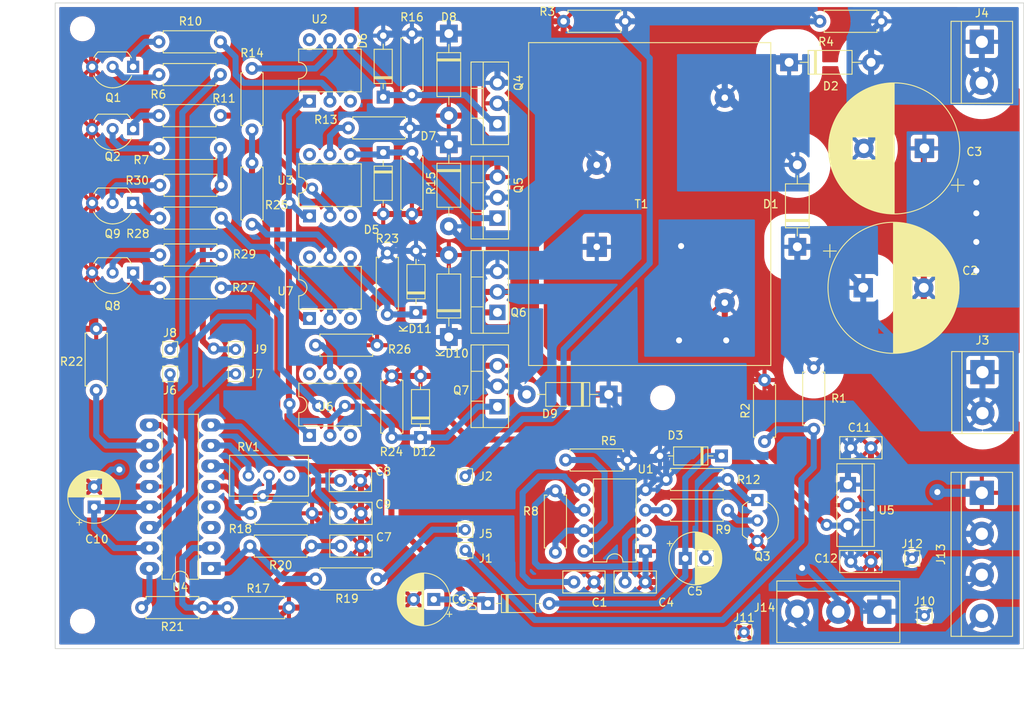
<source format=kicad_pcb>
(kicad_pcb (version 20211014) (generator pcbnew)
  (title_block (title "Puente_H_Fuente_AT_PCB") (date "2023-06-04") (rev "v1") (company "FaCENA-UNNE") (comment 1 "Tesis MIB: García Cabrera, Jeremías A.") (comment 2 "Dispositivo para relevamiento de umbrales de sensibilidad tactil"))
  (layers (0 "F.Cu" signal) (31 "B.Cu" signal) (36 "B.SilkS" user "B.Silkscreen") (37 "F.SilkS" user "F.Silkscreen") (38 "B.Mask" user) (39 "F.Mask" user) (44 "Edge.Cuts" user))
  (net 0 "")
  (net 1 "GND")
  (net 2 "/Puente_A")
  (net 3 "/Puente_B")
  (net 4 "+5V")
  (net 5 "Net-(C1-Pad1)")
  (net 6 "/+300v")
  (net 7 "/-300v")
  (net 8 "Net-(C4-Pad1)")
  (net 9 "Net-(C5-Pad1)")
  (net 10 "Net-(C5-Pad2)")
  (net 11 "/+24v")
  (net 12 "+12V")
  (net 13 "/SECout")
  (net 14 "Net-(D5-Pad1)")
  (net 15 "Net-(D6-Pad1)")
  (net 16 "Net-(D6-Pad2)")
  (net 17 "Net-(D10-Pad1)")
  (net 18 "Net-(D11-Pad1)")
  (net 19 "Net-(D12-Pad1)")
  (net 20 "Net-(Q1-Pad1)")
  (net 21 "Net-(Q1-Pad2)")
  (net 22 "Net-(Q2-Pad1)")
  (net 23 "Net-(Q2-Pad2)")
  (net 24 "Net-(Q3-Pad2)")
  (net 25 "Net-(Q8-Pad1)")
  (net 26 "Net-(Q8-Pad2)")
  (net 27 "Net-(Q9-Pad1)")
  (net 28 "Net-(Q9-Pad2)")
  (net 29 "Net-(C7-Pad1)")
  (net 30 "Net-(C8-Pad2)")
  (net 31 "Net-(C9-Pad2)")
  (net 32 "Net-(J1-Pad1)")
  (net 33 "Net-(J2-Pad1)")
  (net 34 "Net-(R10-Pad1)")
  (net 35 "Net-(J6-Pad1)")
  (net 36 "Net-(J7-Pad1)")
  (net 37 "Net-(R17-Pad1)")
  (net 42 "Net-(R5-Pad1)")
  (net 43 "Net-(R9-Pad2)")
  (net 46 "Net-(R11-Pad1)")
  (net 47 "Net-(R13-Pad1)")
  (net 48 "Net-(R14-Pad1)")
  (net 49 "Net-(R18-Pad1)")
  (net 50 "Net-(R19-Pad1)")
  (net 51 "Net-(R21-Pad2)")
  (net 52 "Net-(R22-Pad1)")
  (net 53 "Net-(R25-Pad1)")
  (net 54 "Net-(R26-Pad1)")
  (net 55 "Net-(R27-Pad2)")
  (net 56 "Net-(R28-Pad2)")
  (net 61 "Net-(J5-Pad1)")
  (net 62 "-12V")
  (net 64 "Net-(RV1-Pad3)")
  (footprint "Diode_THT:D_DO-35_SOD27_P7.62mm_Horizontal" (layer "F.Cu") (at 125.144 109.8215)
    (fp_text reference "D4")
    (fp_text value "1N4148")
  )
  (footprint "Resistor_THT:R_Axial_DIN0207_L6.3mm_D2.5mm_P7.62mm_Horizontal" (layer "F.Cu") (at 115.746 53.9415 -90)
    (fp_text reference "R15")
    (fp_text value "10k")
  )
  (footprint "Resistor_THT:R_Axial_DIN0207_L6.3mm_D2.5mm_P7.62mm_Horizontal" (layer "F.Cu") (at 92.018 40.2255 180)
    (fp_text reference "R10")
    (fp_text value "330")
  )
  (footprint "TerminalBlock:TerminalBlock_bornier-3_P5.08mm" (layer "F.Cu") (at 173.658 110.8375 180)
    (fp_text reference "J14")
    (fp_text value "Screw_Terminal_01x03" hide)
  )
  (footprint "Capacitor_THT:C_Disc_D5.0mm_W2.5mm_P2.50mm" (layer "F.Cu") (at 109.376 94.5815 180)
    (fp_text reference "C8")
    (fp_text value "47nF")
  )
  (footprint "Connector_Pin:Pin_D0.7mm_L6.5mm_W1.8mm_FlatFork" (layer "F.Cu") (at 93.902 81.3735 180)
    (fp_text reference "J7")
    (fp_text value "PA_ICout")
  )
  (footprint "TerminalBlock:TerminalBlock_bornier-4_P5.08mm" (layer "F.Cu") (at 186.358 96.1055 -90)
    (fp_text reference "J13")
    (fp_text value "Screw_Terminal_01x04" hide)
  )
  (footprint "Diode_THT:D_DO-35_SOD27_P7.62mm_Horizontal" (layer "F.Cu") (at 112.19 47.0835 90)
    (fp_text reference "D6")
    (fp_text value "1N53xxB")
  )
  (footprint "Package_DIP:DIP-6_W7.62mm" (layer "F.Cu") (at 103.061 61.8055 90)
    (fp_text reference "U3")
    (fp_text value "4N27")
  )
  (footprint "Package_TO_SOT_THT:TO-92_Inline_Wide" (layer "F.Cu") (at 158.545 96.9945 -90)
    (fp_text reference "Q3")
    (fp_text value "BC337")
  )
  (footprint "Package_DIP:DIP-6_W7.62mm" (layer "F.Cu") (at 103.061 88.9935 90)
    (fp_text reference "U6")
    (fp_text value "4N27")
  )
  (footprint "Package_DIP:DIP-16_W7.62mm_LongPads" (layer "F.Cu") (at 90.849 105.4885 180)
    (fp_text reference "U4")
    (fp_text value "SG3525")
  )
  (footprint "Diode_THT:D_DO-41_SOD81_P10.16mm_Horizontal" (layer "F.Cu") (at 163.498 65.6255 90)
    (fp_text reference "D1")
    (fp_text value "1N4007")
  )
  (footprint "Connector_Pin:Pin_D0.7mm_L6.5mm_W1.8mm_FlatFork" (layer "F.Cu") (at 179.246 111.3455 180)
    (fp_text reference "J10")
    (fp_text value "PIN_+12V")
  )
  (footprint "Diode_THT:D_DO-35_SOD27_P7.62mm_Horizontal" (layer "F.Cu") (at 116.81 89.2475 90)
    (fp_text reference "D12")
    (fp_text value "1N53xxB")
  )
  (footprint "Connector_Pin:Pin_D0.7mm_L6.5mm_W1.8mm_FlatFork" (layer "F.Cu") (at 177.722 104.2335 180)
    (fp_text reference "J12")
    (fp_text value "PIN_+5V")
  )
  (footprint "Resistor_THT:R_Axial_DIN0207_L6.3mm_D2.5mm_P7.62mm_Horizontal" (layer "F.Cu") (at 165.53 80.6115 -90)
    (fp_text reference "R1")
    (fp_text value "330k")
  )
  (footprint "Capacitor_THT:CP_Radial_D16.0mm_P7.50mm" (layer "F.Cu") (at 179.246 53.4335 180)
    (fp_text reference "C3")
    (fp_text value "22uF")
  )
  (footprint "Diode_THT:D_DO-35_SOD27_P7.62mm_Horizontal" (layer "F.Cu") (at 154.1 91.5335 180)
    (fp_text reference "D3")
    (fp_text value "1N4148")
  )
  (footprint "Capacitor_THT:C_Disc_D5.0mm_W2.5mm_P2.50mm" (layer "F.Cu") (at 109.441 98.6455 180)
    (fp_text reference "C9")
    (fp_text value "100nF")
  )
  (footprint "Resistor_THT:R_Axial_DIN0207_L6.3mm_D2.5mm_P7.62mm_Horizontal" (layer "F.Cu") (at 133.526 95.8515 -90)
    (fp_text reference "R8")
    (fp_text value "6.8k")
  )
  (footprint "Resistor_THT:R_Axial_DIN0207_L6.3mm_D2.5mm_P7.62mm_Horizontal" (layer "F.Cu") (at 92.018 53.4335 180)
    (fp_text reference "R7")
    (fp_text value "10k")
  )
  (footprint "Resistor_THT:R_Axial_DIN0207_L6.3mm_D2.5mm_P7.62mm_Horizontal" (layer "F.Cu") (at 95.758 98.6455)
    (fp_text reference "R18")
    (fp_text value "27k")
  )
  (footprint "Package_DIP:DIP-8_W7.62mm" (layer "F.Cu") (at 144.692 103.3345 180)
    (fp_text reference "U1")
    (fp_text value "NA555P")
  )
  (footprint "Resistor_THT:R_Axial_DIN0207_L6.3mm_D2.5mm_P7.62mm_Horizontal" (layer "F.Cu") (at 166.292 37.6855)
    (fp_text reference "R4")
    (fp_text value "330k")
  )
  (footprint "Capacitor_THT:CP_Radial_D16.0mm_P7.50mm" (layer "F.Cu") (at 171.669245 70.7055)
    (fp_text reference "C2")
    (fp_text value "22uF")
  )
  (footprint "Resistor_THT:R_Axial_DIN0207_L6.3mm_D2.5mm_P7.62mm_Horizontal" (layer "F.Cu") (at 84.504 62.0695)
    (fp_text reference "R28")
    (fp_text value "330")
  )
  (footprint "Resistor_THT:R_Axial_DIN0207_L6.3mm_D2.5mm_P7.62mm_Horizontal" (layer "F.Cu") (at 159.434 89.7555 90)
    (fp_text reference "R2")
    (fp_text value "3k3")
  )
  (footprint "Resistor_THT:R_Axial_DIN0207_L6.3mm_D2.5mm_P7.62mm_Horizontal" (layer "F.Cu") (at 92.018 49.3695 180)
    (fp_text reference "R11")
    (fp_text value "330")
  )
  (footprint "Resistor_THT:R_Axial_DIN0207_L6.3mm_D2.5mm_P7.62mm_Horizontal" (layer "F.Cu") (at 92.018 44.2895 180)
    (fp_text reference "R6")
    (fp_text value "10k")
  )
  (footprint "Resistor_THT:R_Axial_DIN0207_L6.3mm_D2.5mm_P7.62mm_Horizontal" (layer "F.Cu") (at 92.886 110.3295)
    (fp_text reference "R17")
    (fp_text value "5k1")
  )
  (footprint "Resistor_THT:R_Axial_DIN0207_L6.3mm_D2.5mm_P7.62mm_Horizontal" (layer "F.Cu") (at 112.698 66.3875 -90)
    (fp_text reference "R23")
    (fp_text value "10k")
  )
  (footprint "Resistor_THT:R_Axial_DIN0207_L6.3mm_D2.5mm_P7.62mm_Horizontal" (layer "F.Cu") (at 113.254 81.6275 -90)
    (fp_text reference "R24")
    (fp_text value "10k" hide)
  )
  (footprint "Resistor_THT:R_Axial_DIN0207_L6.3mm_D2.5mm_P7.62mm_Horizontal" (layer "F.Cu") (at 134.542 37.6855)
    (fp_text reference "R3")
    (fp_text value "3k3")
  )
  (footprint "Resistor_THT:R_Axial_DIN0207_L6.3mm_D2.5mm_P7.62mm_Horizontal" (layer "F.Cu") (at 103.808 106.7735)
    (fp_text reference "R19")
    (fp_text value "1k2")
  )
  (footprint "TerminalBlock:TerminalBlock_bornier-2_P5.08mm" (layer "F.Cu") (at 186.358 40.2255 -90)
    (fp_text reference "J4")
    (fp_text value "Screw_Terminal_01x02")
  )
  (footprint "Package_TO_SOT_THT:TO-92_Inline_Wide" (layer "F.Cu") (at 81.202 51.0415 180)
    (fp_text reference "Q2")
    (fp_text value "BC547")
  )
  (footprint "Package_TO_SOT_THT:TO-220-3_Vertical" (layer "F.Cu") (at 126.343 85.4375 90)
    (fp_text reference "Q7")
    (fp_text value "IRF3205")
  )
  (footprint "Connector_Pin:Pin_D0.7mm_L6.5mm_W1.8mm_FlatFork" (layer "F.Cu") (at 122.35 94.0735)
    (fp_text reference "J2")
    (fp_text value "Vfb-")
  )
  (footprint "Connector_Pin:Pin_D0.7mm_L6.5mm_W1.8mm_FlatFork" (layer "F.Cu") (at 122.35 103.2175 180)
    (fp_text reference "J1")
    (fp_text value "Vfb+")
  )
  (footprint "Resistor_THT:R_Axial_DIN0207_L6.3mm_D2.5mm_P7.62mm_Horizontal" (layer "F.Cu") (at 95.934 43.5275 -90)
    (fp_text reference "R14")
    (fp_text value "4k7")
  )
  (footprint "Resistor_THT:R_Axial_DIN0207_L6.3mm_D2.5mm_P7.62mm_Horizontal" (layer "F.Cu") (at 134.796 92.0415)
    (fp_text reference "R5")
    (fp_text value "2k2")
  )
  (footprint "Connector_Pin:Pin_D0.7mm_L6.5mm_W1.8mm_FlatFork" (layer "F.Cu") (at 85.774 78.3255 180)
    (fp_text reference "J8")
    (fp_text value "PB_BDin")
  )
  (footprint "Diode_THT:D_DO-35_SOD27_P7.62mm_Horizontal" (layer "F.Cu") (at 112.19 53.9415 -90)
    (fp_text reference "D5")
    (fp_text value "1N53xxB")
  )
  (footprint "Diode_THT:D_DO-41_SOD81_P10.16mm_Horizontal" (layer "F.Cu") (at 120.318 39.2095 -90)
    (fp_text reference "D8")
    (fp_text value "1N4007")
  )
  (footprint "Resistor_THT:R_Axial_DIN0207_L6.3mm_D2.5mm_P7.62mm_Horizontal" (layer "F.Cu") (at 95.934 62.8315 90)
    (fp_text reference "R25")
    (fp_text value "4k7" hide)
  )
  (footprint "Diode_THT:D_DO-35_SOD27_P7.62mm_Horizontal" (layer "F.Cu") (at 116.254 73.7535 90)
    (fp_text reference "D11")
    (fp_text value "1N53xxB" hide)
  )
  (footprint "Resistor_THT:R_Axial_DIN0207_L6.3mm_D2.5mm_P7.62mm_Horizontal" (layer "F.Cu") (at 89.883 110.3295 180)
    (fp_text reference "R21")
    (fp_text value "12k")
  )
  (footprint "Connector_Pin:Pin_D0.7mm_L6.5mm_W1.8mm_FlatFork" (layer "F.Cu") (at 156.894 113.3775 180)
    (fp_text reference "J11")
    (fp_text value "PIN_GND")
  )
  (footprint "Resistor_THT:R_Axial_DIN0207_L6.3mm_D2.5mm_P7.62mm_Horizontal" (layer "F.Cu") (at 103.3 102.7095 180)
    (fp_text reference "R20")
    (fp_text value "33k")
  )
  (footprint "Package_TO_SOT_THT:TO-92_Inline_Wide" (layer "F.Cu") (at 81.202 60.1855 180)
    (fp_text reference "Q9")
    (fp_text value "BC547")
  )
  (footprint "Diode_THT:D_DO-41_SOD81_P10.16mm_Horizontal" (layer "F.Cu") (at 140.13 83.9135 180)
    (fp_text reference "D9")
    (fp_text value "1N4007")
  )
  (footprint "Diode_THT:D_DO-41_SOD81_P10.16mm_Horizontal" (layer "F.Cu") (at 120.318 76.8015 90)
    (fp_text reference "D10")
    (fp_text value "1N4007" hide)
  )
  (footprint "Package_TO_SOT_THT:TO-92_Inline_Wide" (layer "F.Cu") (at 81.202 68.8215 180)
    (fp_text reference "Q8")
    (fp_text value "BC547")
  )
  (footprint "Connector_Pin:Pin_D0.7mm_L6.5mm_W1.8mm_FlatFork" (layer "F.Cu") (at 122.35 100.6775 180)
    (fp_text reference "J5")
    (fp_text value "Vfb")
  )
  (footprint "Connector_Pin:Pin_D0.7mm_L6.5mm_W1.8mm_FlatFork" (layer "F.Cu") (at 85.774 81.3735 180)
    (fp_text reference "J6")
    (fp_text value "PB_ICout")
  )
  (footprint "Capacitor_THT:C_Disc_D5.0mm_W2.5mm_P2.50mm" (layer "F.Cu") (at 170.122 104.6145)
    (fp_text reference "C12")
    (fp_text value "100nF")
  )
  (footprint "Capacitor_THT:CP_Radial_D6.3mm_P2.50mm" (layer "F.Cu") (at 118.452379 109.3135 180)
    (fp_text reference "C6")
    (fp_text value "100uF")
  )
  (footprint "Package_TO_SOT_THT:TO-220-3_Vertical" (layer "F.Cu") (at 126.343 73.7535 90)
    (fp_text reference "Q6")
    (fp_text value "IRF3205")
  )
  (footprint "Connector_Pin:Pin_D0.7mm_L6.5mm_W1.8mm_FlatFork" (layer "F.Cu") (at 93.902 78.3255 180)
    (fp_text reference "J9")
    (fp_text value "PA_BDin")
  )
  (footprint "Resistor_THT:R_Axial_DIN0207_L6.3mm_D2.5mm_P7.62mm_Horizontal" (layer "F.Cu") (at 103.808 77.8175)
    (fp_text reference "R26")
    (fp_text value "4k7")
  )
  (footprint "MountingHole:MountingHole_2.1mm" (layer "F.Cu") (at 74.93 38.608)
    (fp_text reference "REF01" hide)
    (fp_text value "MountingHole_2.1mm" hide)
  )
  (footprint "MountingHole:MountingHole_2.1mm" (layer "F.Cu") (at 74.93 112.014)
    (fp_text reference "REF03" hide)
    (fp_text value "MountingHole_2.1mm" hide)
  )
  (footprint "Package_DIP:DIP-6_W7.62mm" (layer "F.Cu") (at 103.061 74.5055 90)
    (fp_text reference "U7")
    (fp_text value "4N27")
  )
  (footprint "Resistor_THT:R_Axial_DIN0207_L6.3mm_D2.5mm_P7.62mm_Horizontal" (layer "F.Cu") (at 107.872 50.8935)
    (fp_text reference "R13")
    (fp_text value "4k7")
  )
  (footprint "TerminalBlock:TerminalBlock_bornier-2_P5.08mm" (layer "F.Cu") (at 186.436 81.1475 -90)
    (fp_text reference "J3")
    (fp_text value "Screw_Terminal_01x02")
  )
  (footprint "Capacitor_THT:CP_Radial_D6.3mm_P2.50mm" (layer "F.Cu") (at 76.376 97.8635 90)
    (fp_text reference "C10")
    (fp_text value "100uF")
  )
  (footprint "Resistor_THT:R_Axial_DIN0207_L6.3mm_D2.5mm_P7.62mm_Horizontal" (layer "F.Cu") (at 84.504 66.6415)
    (fp_text reference "R29")
    (fp_text value "10k")
  )
  (footprint "Capacitor_THT:CP_Radial_D6.3mm_P2.50mm" (layer "F.Cu") (at 149.61562 104.2335)
    (fp_text reference "C5")
    (fp_text value "10uF")
  )
  (footprint "Package_DIP:DIP-6_W7.62mm" (layer "F.Cu") (at 103.046 47.5815 90)
    (fp_text reference "U2")
    (fp_text value "4N27")
  )
  (footprint "MountingHole:MountingHole_2.1mm" (layer "F.Cu") (at 146.812 84.328)
    (fp_text reference "REF02" hide)
    (fp_text value "MountingHole_2.1mm" hide)
  )
  (footprint "Package_TO_SOT_THT:TO-220-3_Vertical" (layer "F.Cu") (at 169.772 95.0895 -90)
    (fp_text reference "U5")
    (fp_text value "LM7805_TO220")
  )
  (footprint "Transformer_THT:Transformer_1S_2P" (layer "F.Cu") (at 146.27 60.5455 90)
    (fp_text reference "T1")
    (fp_text value "Transformer_1P_1S" hide)
  )
  (footprint "Package_TO_SOT_THT:TO-220-3_Vertical" (layer "F.Cu") (at 126.343 50.3855 90)
    (fp_text reference "Q4")
    (fp_text value "IRF3205")
  )
  (footprint "Resistor_THT:R_Axial_DIN0207_L6.3mm_D2.5mm_P7.62mm_Horizontal" (layer "F.Cu") (at 115.746 46.8295 90)
    (fp_text reference "R16")
    (fp_text value "10k")
  )
  (footprint "Diode_THT:D_DO-41_SOD81_P10.16mm_Horizontal" (layer "F.Cu") (at 162.482 42.7655)
    (fp_text reference "D2")
    (fp_text value "1N4007")
  )
  (footprint "Resistor_THT:R_Axial_DIN0207_L6.3mm_D2.5mm_P7.62mm_Horizontal" (layer "F.Cu") (at 76.63 83.4055 90)
    (fp_text reference "R22")
    (fp_text value "10k")
  )
  (footprint "Package_TO_SOT_THT:TO-220-3_Vertical" (layer "F.Cu") (at 126.343 62.0695 90)
    (fp_text reference "Q5")
    (fp_text value "IRF3205")
  )
  (footprint "Diode_THT:D_DO-41_SOD81_P10.16mm_Horizontal" (layer "F.Cu") (at 120.318 52.9255 -90)
    (fp_text reference "D7")
    (fp_text value "1N4007")
  )
  (footprint "Potentiometer_THT:Potentiometer_Bourns_3296W_Vertical" (layer "F.Cu") (at 100.584 93.98)
    (fp_text reference "RV1")
    (fp_text value "R_Potentiometer")
  )
  (footprint "Resistor_THT:R_Axial_DIN0207_L6.3mm_D2.5mm_P7.62mm_Horizontal" (layer "F.Cu") (at 84.504 58.0055)
    (fp_text reference "R30")
    (fp_text value "10k")
  )
  (footprint "Capacitor_THT:C_Disc_D5.0mm_W2.5mm_P2.50mm" (layer "F.Cu") (at 142.162 107.1545)
    (fp_text reference "C4")
    (fp_text value "100nF")
  )
  (footprint "Resistor_THT:R_Axial_DIN0207_L6.3mm_D2.5mm_P7.62mm_Horizontal" (layer "F.Cu") (at 84.504 70.7055)
    (fp_text reference "R27")
    (fp_text value "330")
  )
  (footprint "Capacitor_THT:C_Disc_D5.0mm_W2.5mm_P2.50mm" (layer "F.Cu") (at 170.122 90.5175)
    (fp_text reference "C11")
    (fp_text value "330nF")
  )
  (footprint "Capacitor_THT:C_Disc_D5.0mm_W2.5mm_P2.50mm" (layer "F.Cu") (at 135.812 107.1545)
    (fp_text reference "C1")
    (fp_text value "10nF")
  )
  (footprint "Resistor_THT:R_Axial_DIN0207_L6.3mm_D2.5mm_P7.62mm_Horizontal" (layer "F.Cu") (at 154.862 98.2645 180)
    (fp_text reference "R9")
    (fp_text value "4k7")
  )
  (footprint "Package_TO_SOT_THT:TO-92_Inline_Wide" (layer "F.Cu") (at 81.202 43.328 180)
    (fp_text reference "Q1")
    (fp_text value "BC547")
  )
  (footprint "Capacitor_THT:C_Disc_D5.0mm_W2.5mm_P2.50mm" (layer "F.Cu") (at 106.941 102.7095)
    (fp_text reference "C7")
    (fp_text value "4.7nF")
  )
  (footprint "Resistor_THT:R_Axial_DIN0207_L6.3mm_D2.5mm_P7.62mm_Horizontal" (layer "F.Cu") (at 147.242 94.4545)
    (fp_text reference "R12")
    (fp_text value "330")
  )
  (gr_rect (start 191.55 115.4095) (end 71.55 35.4095) (layer "Edge.Cuts") (width 0.1) (fill none))
  (segment (start 132.588 42.164) (end 132.588 42.926) (width 0.75) (layer "F.Cu") (net 1))
  (segment (start 72.566 103.7255) (end 81.202 112.3615) (width 0.75) (layer "F.Cu") (net 1))
  (segment (start 100.506 110.3295) (end 104.062 110.3295) (width 0.75) (layer "F.Cu") (net 1))
  (segment (start 180.77 96.1055) (end 175.69 91.0255) (width 0.75) (layer "F.Cu") (net 1))
  (segment (start 156.425738 42.5255) (end 156.464 42.563762) (width 0.75) (layer "F.Cu") (net 1))
  (segment (start 123.112 50.1315) (end 126.343 53.3625) (width 0.75) (layer "F.Cu") (net 1))
  (segment (start 76.122 75.2775) (end 76.63 75.7855) (width 0.75) (layer "F.Cu") (net 1))
  (segment (start 134.542 40.21) (end 132.588 42.164) (width 0.75) (layer "F.Cu") (net 1))
  (segment (start 76.122 68.8215) (end 76.122 75.2775) (width 0.75) (layer "F.Cu") (net 1))
  (segment (start 109.441 104.9505) (end 109.441 102.7095) (width 0.75) (layer "F.Cu") (net 1))
  (segment (start 116.81 81.6275) (end 113.254 81.6275) (width 0.75) (layer "F.Cu") (net 1))
  (segment (start 120.318 49.3695) (end 122.35 49.3695) (width 0.75) (layer "F.Cu") (net 1))
  (segment (start 72.566 78.3255) (end 72.566 94.4525) (width 0.75) (layer "F.Cu") (net 1))
  (segment (start 73.348 95.3635) (end 76.376 95.3635) (width 0.75) (layer "F.Cu") (net 1))
  (segment (start 156.894 108.2975) (end 155.751 107.1545) (width 0.75) (layer "F.Cu") (net 1))
  (segment (start 120.064 81.6275) (end 121.334 80.3575) (width 0.75) (layer "F.Cu") (net 1))
  (segment (start 76.122 60.1855) (end 76.122 68.8215) (width 0.75) (layer "F.Cu") (net 1))
  (segment (start 109.441 98.6455) (end 109.441 94.6465) (width 0.75) (layer "F.Cu") (net 1))
  (segment (start 76.122 42.0035) (end 76.122 43.328) (width 0.75) (layer "F.Cu") (net 1))
  (segment (start 76.122 42.9135) (end 76.122 60.1855) (width 0.75) (layer "F.Cu") (net 1))
  (segment (start 132.588 42.926) (end 152.146 42.926) (width 0.75) (layer "F.Cu") (net 1))
  (segment (start 116.254 61.5615) (end 115.746 61.5615) (width 0.75) (layer "F.Cu") (net 1))
  (segment (start 157.988 42.926) (end 157.5875 42.5255) (width 0.75) (layer "F.Cu") (net 1))
  (segment (start 156.464 42.563762) (end 156.464 42.926) (width 0.75) (layer "F.Cu") (net 1))
  (segment (start 123.366 38.1935) (end 124.89 36.6695) (width 0.75) (layer "F.Cu") (net 1))
  (segment (start 76.63 75.7855) (end 75.106 75.7855) (width 0.75) (layer "F.Cu") (net 1))
  (segment (start 115.952379 109.3135) (end 105.078 109.3135) (width 0.75) (layer "F.Cu") (net 1))
  (segment (start 172.622 99.6815) (end 172.622 104.6145) (width 0.75) (layer "F.Cu") (net 1))
  (segment (start 152.5465 42.5255) (end 156.425738 42.5255) (width 0.75) (layer "F.Cu") (net 1))
  (segment (start 126.343 53.3625) (end 126.343 56.9895) (width 0.75) (layer "F.Cu") (net 1))
  (segment (start 76.411 95.3285) (end 76.376 95.3635) (width 0.75) (layer "F.Cu") (net 1))
  (segment (start 120.826 56.9895) (end 116.254 61.5615) (width 0.75) (layer "F.Cu") (net 1))
  (segment (start 83.229 95.3285) (end 76.411 95.3285) (width 0.75) (layer "F.Cu") (net 1))
  (segment (start 179.246 53.4335) (end 179.169245 53.510255) (width 0.75) (layer "F.Cu") (net 1))
  (segment (start 157.5875 42.5255) (end 151.7845 42.5255) (width 0.75) (layer "F.Cu") (net 1))
  (segment (start 134.542 37.6855) (end 130.478 37.6855) (width 0.75) (layer "F.Cu") (net 1))
  (segment (start 179.169245 75.354255) (end 175.69 78.8335) (width 0.75) (layer "F.Cu") (net 1))
  (segment (start 98.474 112.3615) (end 100.506 110.3295) (width 0.75) (layer "F.Cu") (net 1))
  (segment (start 175.69 88.4855) (end 175.69 87.9775) (width 0.75) (layer "F.Cu") (net 1))
  (segment (start 172.622 105.7775) (end 170.102 108.2975) (width 0.75) (layer "F.Cu") (net 1))
  (segment (start 130.478 37.6855) (end 129.462 36.6695) (width 0.75) (layer "F.Cu") (net 1))
  (segment (start 158.545 102.0745) (end 153.465 107.1545) (width 0.75) (layer "F.Cu") (net 1))
  (segment (start 172.622 104.6145) (end 172.622 105.7775) (width 0.75) (layer "F.Cu") (net 1))
  (segment (start 120.064 81.6275) (end 116.81 81.6275) (width 0.75) (layer "F.Cu") (net 1))
  (segment (start 151.7845 42.5255) (end 149.098 45.212) (width 0.75) (layer "F.Cu") (net 1))
  (segment (start 170.102 108.2975) (end 159.942 108.2975) (width 0.75) (layer "F.Cu") (net 1))
  (segment (start 143.178 81.8815) (end 154.51 72.5505) (width 0.75) (layer "F.Cu") (net 1))
  (segment (start 105.123 100.4685) (end 103.3 98.6455) (width 0.75) (layer "F.Cu") (net 1))
  (segment (start 136.066 112.3615) (end 98.474 112.3615) (width 0.75) (layer "F.Cu") (net 1))
  (segment (start 119.81 66.6415) (end 115.746 62.5775) (width 0.75) (layer "F.Cu") (net 1))
  (segment (start 126.343 56.9895) (end 120.826 56.9895) (width 0.75) (layer "F.Cu") (net 1))
  (segment (start 121.334 80.3575) (end 126.343 80.3575) (width 0.75) (layer "F.Cu") (net 1))
  (segment (start 134.542 37.6855) (end 134.542 40.21) (width 0.75) (layer "F.Cu") (net 1))
  (segment (start 173.15 85.4375) (end 162.482 85.4375) (width 0.75) (layer "F.Cu") (net 1))
  (segment (start 155.878 112.3615) (end 152.83 112.3615) (width 0.75) (layer "F.Cu") (net 1))
  (segment (start 162.482 85.4375) (end 154.51 77.4655) (width 0.75) (layer "F.Cu") (net 1))
  (segment (start 120.064 81.6275) (end 120.826 82.3895) (width 0.75) (layer "F.Cu") (net 1))
  (segment (start 115.746 62.5775) (end 115.746 61.5615) (width 0.75) (layer "F.Cu") (net 1))
  (segment (start 149.098 45.212) (end 149.098 76.708) (width 0.75) (layer "F.Cu") (net 1))
  (segment (start 152.83 112.3615) (end 136.066 112.3615) (width 0.75) (layer "F.Cu") (net 1))
  (segment (start 149.098 76.708) (end 148.844 76.962) (width 0.75) (layer "F.Cu") (net 1))
  (segment (start 115.746 61.5615) (end 112.19 61.5615) (width 0.75) (layer "F.Cu") (net 1))
  (segment (start 143.178 87.9775) (end 143.178 81.8815) (width 0.75) (layer "F.Cu") (net 1))
  (segment (start 123.112 50.1315) (end 123.366 49.8775) (width 0.75) (layer "F.Cu") (net 1))
  (segment (start 129.462 36.6695) (end 81.456 36.6695) (width 0.75) (layer "F.Cu") (net 1))
  (segment (start 179.169245 70.7055) (end 179.169245 75.354255) (width 0.75) (layer "F.Cu") (net 1))
  (segment (start 175.69 91.0255) (end 175.69 88.4855) (width 0.75) (layer "F.Cu") (net 1))
  (segment (start 152.146 42.926) (end 152.5465 42.5255) (width 0.75) (layer "F.Cu") (net 1))
  (segment (start 179.169245 53.510255) (end 179.169245 70.7055) (width 0.75) (layer "F.Cu") (net 1))
  (segment (start 109.441 100.4685) (end 105.123 100.4685) (width 0.75) (layer "F.Cu") (net 1))
  (segment (start 172.622 90.5175) (end 172.622 99.6815) (width 0.75) (layer "F.Cu") (net 1))
  (segment (start 154.51 77.4655) (end 154.51 72.5505) (width 0.75) (layer "F.Cu") (net 1))
  (segment (start 81.202 112.3615) (end 98.474 112.3615) (width 0.75) (layer "F.Cu") (net 1))
  (segment (start 120.826 84.4215) (end 124.382 87.9775) (width 0.75) (layer "F.Cu") (net 1))
  (segment (start 153.465 107.1545) (end 144.662 107.1545) (width 0.75) (layer "F.Cu") (net 1))
  (segment (start 124.382 87.9775) (end 143.178 87.9775) (width 0.75) (layer "F.Cu") (net 1))
  (segment (start 156.894 108.2975) (end 152.83 112.3615) (width 0.75) (layer "F.Cu") (net 1))
  (segment (start 175.69 78.8335) (end 175.69 88.4855) (width 0.75) (layer "F.Cu") (net 1))
  (segment (start 122.35 49.3695) (end 123.112 50.1315) (width 0.75) (layer "F.Cu") (net 1))
  (segment (start 175.69 87.9775) (end 173.15 85.4375) (width 0.75) (layer "F.Cu") (net 1))
  (segment (start 120.318 66.6415) (end 119.81 66.6415) (width 0.75) (layer "F.Cu") (net 1))
  (segment (start 72.566 94.4525) (end 72.566 103.7255) (width 0.75) (layer "F.Cu") (net 1))
  (segment (start 123.366 49.8775) (end 123.366 38.1935) (width 0.75) (layer "F.Cu") (net 1))
  (segment (start 105.078 109.3135) (end 104.062 110.3295) (width 0.75) (layer "F.Cu") (net 1))
  (segment (start 75.106 75.7855) (end 72.566 78.3255) (width 0.75) (layer "F.Cu") (net 1))
  (segment (start 159.942 108.2975) (end 156.894 108.2975) (width 0.75) (layer "F.Cu") (net 1))
  (segment (start 156.894 113.3775) (end 155.878 112.3615) (width 0.75) (layer "F.Cu") (net 1))
  (segment (start 81.456 36.6695) (end 76.122 42.0035) (width 0.75) (layer "F.Cu") (net 1))
  (segment (start 155.751 107.1545) (end 153.465 107.1545) (width 0.75) (layer "F.Cu") (net 1))
  (segment (start 104.062 110.3295) (end 109.441 104.9505) (width 0.75) (layer "F.Cu") (net 1))
  (segment (start 72.566 94.5815) (end 73.348 95.3635) (width 0.75) (layer "F.Cu") (net 1))
  (segment (start 109.441 94.6465) (end 109.376 94.5815) (width 0.75) (layer "F.Cu") (net 1))
  (segment (start 120.826 82.3895) (end 120.826 84.4215) (width 0.75) (layer "F.Cu") (net 1))
  (segment (start 109.441 100.4685) (end 109.441 98.6455) (width 0.75) (layer "F.Cu") (net 1))
  (segment (start 72.566 94.4525) (end 72.566 94.5815) (width 0.75) (layer "F.Cu") (net 1))
  (segment (start 109.441 102.7095) (end 109.441 100.4685) (width 0.75) (layer "F.Cu") (net 1))
  (segment (start 172.622 104.6145) (end 181.131 96.1055) (width 0.75) (layer "F.Cu") (net 1))
  (segment (start 156.464 42.926) (end 157.988 42.926) (width 0.75) (layer "F.Cu") (net 1))
  (via (at 180.848 96.012) (size 2) (drill 0.75) (layers "F.Cu" "B.Cu") (net 1))
  (via (at 185.674 68.58) (size 2) (drill 0.75) (layers "F.Cu" "B.Cu") (net 1))
  (via (at 185.674 57.658) (size 2) (drill 0.75) (layers "F.Cu" "B.Cu") (net 1))
  (via (at 164.084 105.41) (size 2) (drill 0.75) (layers "F.Cu" "B.Cu") (net 1))
  (via (at 79.502 93.218) (size 1.5) (drill 0.75) (layers "F.Cu" "B.Cu") (net 1))
  (via (at 185.674 61.468) (size 2) (drill 0.75) (layers "F.Cu" "B.Cu") (net 1))
  (via (at 172.72 98.044) (size 1.5) (drill 0.75) (layers "F.Cu" "B.Cu") (net 1))
  (via (at 185.674 65.024) (size 2) (drill 0.75) (layers "F.Cu" "B.Cu") (net 1))
  (via (at 154.686 77.216) (size 2) (drill 0.75) (layers "F.Cu" "B.Cu") (net 1))
  (via (at 148.844 77.216) (size 2) (drill 0.75) (layers "F.Cu" "B.Cu") (net 1))
  (via (at 149.098 65.532) (size 2) (drill 0.75) (layers "F.Cu" "B.Cu") (net 1))
  (segment (start 164.084 105.41) (end 164.592 105.41) (width 0.75) (layer "B.Cu") (net 1))
  (segment (start 180.9415 96.1055) (end 186.358 96.1055) (width 1) (layer "B.Cu") (net 1))
  (segment (start 168.578 109.396) (end 168.578 110.8375) (width 0.75) (layer "B.Cu") (net 1))
  (segment (start 169.772 97.6295) (end 172.2275 97.6295) (width 0.75) (layer "B.Cu") (net 1))
  (segment (start 76.376 95.3635) (end 78.5215 93.218) (width 0.75) (layer "B.Cu") (net 1))
  (segment (start 144.692 103.3345) (end 144.692 107.1245) (width 0.75) (layer "B.Cu") (net 1))
  (segment (start 164.592 105.41) (end 168.578 109.396) (width 0.75) (layer "B.Cu") (net 1))
  (segment (start 180.848 96.012) (end 180.9415 96.1055) (width 1) (layer "B.Cu") (net 1))
  (segment (start 172.2275 97.6295) (end 172.642 98.044) (width 0.75) (layer "B.Cu") (net 1))
  (segment (start 78.5215 93.218) (end 79.502 93.218) (width 0.75) (layer "B.Cu") (net 1))
  (segment (start 92.124 58.0055) (end 89.838 60.2915) (width 0.75) (layer "F.Cu") (net 2))
  (segment (start 89.838 60.2915) (end 89.838 77.3095) (width 0.75) (layer "F.Cu") (net 2))
  (segment (start 89.838 77.3095) (end 90.854 78.3255) (width 0.75) (layer "F.Cu") (net 2))
  (via (at 91.186 78.232) (size 1.5) (drill 0.75) (layers "F.Cu" "B.Cu") (net 2))
  (segment (start 90.854 78.3255) (end 93.902 78.3255) (width 0.75) (layer "B.Cu") (net 2))
  (segment (start 92.018 53.4335) (end 92.018 57.8995) (width 0.75) (layer "B.Cu") (net 2))
  (segment (start 92.018 57.8995) (end 92.124 58.0055) (width 0.75) (layer "B.Cu") (net 2))
  (segment (start 92.018 44.2895) (end 87.298 49.0095) (width 0.75) (layer "B.Cu") (net 3))
  (segment (start 87.298 49.0095) (end 87.298 68.6735) (width 0.75) (layer "B.Cu") (net 3))
  (segment (start 87.298 76.8015) (end 85.774 78.3255) (width 0.75) (layer "B.Cu") (net 3))
  (segment (start 87.298 68.6735) (end 87.298 76.8015) (width 0.75) (layer "B.Cu") (net 3))
  (segment (start 89.33 66.6415) (end 87.298 68.6735) (width 0.75) (layer "B.Cu") (net 3))
  (segment (start 92.124 66.6415) (end 89.33 66.6415) (width 0.75) (layer "B.Cu") (net 3))
  (segment (start 100.506 85.012) (end 100.584 85.09) (width 0.75) (layer "F.Cu") (net 4))
  (segment (start 103.061 74.5055) (end 102.274 74.5055) (width 0.75) (layer "F.Cu") (net 4))
  (segment (start 122.858 89.5015) (end 144.702 89.5015) (width 0.75) (layer "F.Cu") (net 4))
  (segment (start 102.274 74.5055) (end 100.506 72.7375) (width 0.75) (layer "F.Cu") (net 4))
  (segment (start 154.862 87.9775) (end 167.054 100.1695) (width 0.75) (layer "F.Cu") (net 4))
  (segment (start 146.226 87.9775) (end 154.862 87.9775) (width 0.75) (layer "F.Cu") (net 4))
  (segment (start 100.506 72.7375) (end 100.506 85.012) (width 0.75) (layer "F.Cu") (net 4))
  (segment (start 107.5355 85.4375) (end 118.794 85.4375) (width 0.75) (layer "F.Cu") (net 4))
  (segment (start 118.794 85.4375) (end 122.858 89.5015) (width 0.75) (layer "F.Cu") (net 4))
  (segment (start 107.442 85.344) (end 107.5355 85.4375) (width 0.75) (layer "F.Cu") (net 4))
  (segment (start 100.506 60.374) (end 100.506 72.7375) (width 0.75) (layer "F.Cu") (net 4))
  (segment (start 144.702 89.5015) (end 146.226 87.9775) (width 0.75) (layer "F.Cu") (net 4))
  (via (at 107.442 85.344) (size 1.5) (drill 0.75) (layers "F.Cu" "B.Cu") (net 4))
  (via (at 100.584 85.09) (size 1.5) (drill 0.75) (layers "F.Cu" "B.Cu") (net 4))
  (via (at 167.132 100.076) (size 1.5) (drill 0.75) (layers "F.Cu" "B.Cu") (net 4))
  (via (at 100.584 60.198) (size 1.5) (drill 0.75) (layers "F.Cu" "B.Cu") (net 4))
  (segment (start 178.23 100.1695) (end 179.246 101.1855) (width 0.75) (layer "B.Cu") (net 4))
  (segment (start 100.506 49.3695) (end 100.506 60.0375) (width 0.75) (layer "B.Cu") (net 4))
  (segment (start 103.046 47.5815) (end 102.294 47.5815) (width 0.75) (layer "B.Cu") (net 4))
  (segment (start 101.26775 87.20025) (end 105.58575 87.20025) (width 0.75) (layer "B.Cu") (net 4))
  (segment (start 102.274 61.8055) (end 103.061 61.8055) (width 0.75) (layer "B.Cu") (net 4))
  (segment (start 100.584 85.09) (end 100.584 86.5165) (width 0.75) (layer "B.Cu") (net 4))
  (segment (start 100.584 86.5165) (end 101.26775 87.20025) (width 0.75) (layer "B.Cu") (net 4))
  (segment (start 170.122 100.5195) (end 169.772 100.1695) (width 0.75) (layer "B.Cu") (net 4))
  (segment (start 180.77 101.1855) (end 186.358 101.1855) (width 0.75) (layer "B.Cu") (net 4))
  (segment (start 167.054 100.1695) (end 169.772 100.1695) (width 0.75) (layer "B.Cu") (net 4))
  (segment (start 177.722 104.2335) (end 180.77 101.1855) (width 0.75) (layer "B.Cu") (net 4))
  (segment (start 102.294 47.5815) (end 100.506 49.3695) (width 0.75) (layer "B.Cu") (net 4))
  (segment (start 100.506 60.0375) (end 102.274 61.8055) (width 0.75) (layer "B.Cu") (net 4))
  (segment (start 170.122 104.6145) (end 170.122 100.5195) (width 0.75) (layer "B.Cu") (net 4))
  (segment (start 169.772 100.1695) (end 178.23 100.1695) (width 0.75) (layer "B.Cu") (net 4))
  (segment (start 179.246 101.1855) (end 186.358 101.1855) (width 0.75) (layer "B.Cu") (net 4))
  (segment (start 101.26775 87.20025) (end 103.061 88.9935) (width 0.75) (layer "B.Cu") (net 4))
  (segment (start 105.58575 87.20025) (end 107.442 85.344) (width 0.75) (layer "B.Cu") (net 4))
  (segment (start 129.462 106.2655) (end 130.351 107.1545) (width 0.75) (layer "B.Cu") (net 5))
  (segment (start 134.669 94.0735) (end 131.494 94.0735) (width 0.75) (layer "B.Cu") (net 5))
  (segment (start 129.462 96.1055) (end 129.462 106.2655) (width 0.75) (layer "B.Cu") (net 5))
  (segment (start 136.183 95.7145) (end 134.669 94.2005) (width 0.75) (layer "B.Cu") (net 5))
  (segment (start 134.669 94.2005) (end 134.669 94.0735) (width 0.75) (layer "B.Cu") (net 5))
  (segment (start 137.072 95.7145) (end 136.183 95.7145) (width 0.75) (layer "B.Cu") (net 5))
  (segment (start 131.494 94.0735) (end 129.462 96.1055) (width 0.75) (layer "B.Cu") (net 5))
  (segment (start 130.351 107.1545) (end 135.812 107.1545) (width 0.75) (layer "B.Cu") (net 5))
  (segment (start 166.589245 65.6255) (end 163.498 65.6255) (width 0.75) (layer "B.Cu") (net 6))
  (segment (start 171.669245 73.288745) (end 172.134 73.7535) (width 0.75) (layer "B.Cu") (net 6))
  (segment (start 171.669245 70.7055) (end 166.589245 65.6255) (width 0.75) (layer "B.Cu") (net 6))
  (segment (start 171.669245 70.7055) (end 171.669245 73.288745) (width 0.75) (layer "B.Cu") (net 6))
  (segment (start 172.177245 73.796745) (end 184.608 86.2275) (width 0.75) (layer "B.Cu") (net 6))
  (segment (start 165.53 80.6115) (end 163.498 78.5795) (width 0.75) (layer "B.Cu") (net 6))
  (segment (start 165.53 80.6115) (end 172.177245 73.964255) (width 0.75) (layer "B.Cu") (net 6))
  (segment (start 186.436 86.2275) (end 186.436 81.1475) (width 0.75) (layer "B.Cu") (net 6))
  (segment (start 172.177245 73.964255) (end 172.177245 73.796745) (width 0.75) (layer "B.Cu") (net 6))
  (segment (start 163.498 78.5795) (end 163.498 65.6255) (width 0.75) (layer "B.Cu") (net 6))
  (segment (start 184.608 86.2275) (end 186.436 86.2275) (width 0.75) (layer "B.Cu") (net 6))
  (segment (start 186.358 40.5605) (end 186.358 45.3055) (width 0.75) (layer "B.Cu") (net 7))
  (segment (start 186.358 45.3055) (end 183.31 42.2575) (width 0.75) (layer "B.Cu") (net 7))
  (segment (start 172.642 42.2575) (end 172.642 52.5375) (width 0.75) (layer "B.Cu") (net 7))
  (segment (start 183.31 42.2575) (end 172.642 42.2575) (width 0.75) (layer "B.Cu") (net 7))
  (segment (start 172.642 52.5375) (end 171.746 53.4335) (width 0.75) (layer "B.Cu") (net 7))
  (segment (start 172.642 42.7655) (end 172.642 38.9555) (width 0.75) (layer "B.Cu") (net 7))
  (segment (start 172.642 38.9555) (end 173.912 37.6855) (width 0.75) (layer "B.Cu") (net 7))
  (segment (start 143.061 100.7945) (end 142.162 101.6935) (width 0.75) (layer "B.Cu") (net 8))
  (segment (start 131.494 105.2495) (end 130.986 104.7415) (width 0.75) (layer "B.Cu") (net 8))
  (segment (start 142.162 105.2495) (end 142.162 107.1545) (width 0.75) (layer "B.Cu") (net 8))
  (segment (start 130.986 104.7415) (end 130.986 97.6295) (width 0.75) (layer "B.Cu") (net 8))
  (segment (start 137.072 98.2545) (end 135.929 98.2545) (width 0.75) (layer "B.Cu") (net 8))
  (segment (start 142.162 105.2495) (end 131.494 105.2495) (width 0.75) (layer "B.Cu") (net 8))
  (segment (start 135.929 98.2545) (end 133.526 95.8515) (width 0.75) (layer "B.Cu") (net 8))
  (segment (start 142.162 101.6935) (end 142.162 105.2495) (width 0.75) (layer "B.Cu") (net 8))
  (segment (start 144.692 100.7945) (end 143.061 100.7945) (width 0.75) (layer "B.Cu") (net 8))
  (segment (start 130.986 97.6295) (end 132.764 95.8515) (width 0.75) (layer "B.Cu") (net 8))
  (segment (start 132.764 95.8515) (end 133.526 95.8515) (width 0.75) (layer "B.Cu") (net 8))
  (segment (start 149.61562 106.43188) (end 146.226 109.8215) (width 0.75) (layer "B.Cu") (net 9))
  (segment (start 146.226 109.8215) (end 132.764 109.8215) (width 0.75) (layer "B.Cu") (net 9))
  (segment (start 149.61562 94.23988) (end 149.61562 104.2335) (width 0.75) (layer "B.Cu") (net 9))
  (segment (start 149.61562 104.2335) (end 149.61562 106.43188) (width 0.75) (layer "B.Cu") (net 9))
  (segment (start 152.322 91.5335) (end 149.61562 94.23988) (width 0.75) (layer "B.Cu") (net 9))
  (segment (start 154.1 91.5335) (end 152.322 91.5335) (width 0.75) (layer "B.Cu") (net 9))
  (segment (start 154.862 94.4545) (end 153.465 94.4545) (width 0.75) (layer "B.Cu") (net 10))
  (segment (start 152.11562 95.80388) (end 152.11562 104.2335) (width 0.75) (layer "B.Cu") (net 10))
  (segment (start 158.545 96.9945) (end 157.402 96.9945) (width 0.75) (layer "B.Cu") (net 10))
  (segment (start 157.402 96.9945) (end 154.862 94.4545) (width 0.75) (layer "B.Cu") (net 10))
  (segment (start 153.465 94.4545) (end 152.11562 95.80388) (width 0.75) (layer "B.Cu") (net 10))
  (segment (start 121.92 108.204) (end 121.92 109.22) (width 0.75) (layer "F.Cu") (net 11))
  (segment (start 110.666 91.5335) (end 113.206 94.0735) (width 0.75) (layer "F.Cu") (net 11))
  (segment (start 95.934 55.2115) (end 95.934 59.06275) (width 0.75) (layer "F.Cu") (net 11))
  (segment (start 99.06 62.18875) (end 99.06 89.0715) (width 0.75) (layer "F.Cu") (net 11))
  (segment (start 99.06 89.0715) (end 101.522 91.5335) (width 0.75) (layer "F.Cu") (net 11))
  (segment (start 101.522 91.5335) (end 110.666 91.5335) (width 0.75) (layer "F.Cu") (net 11))
  (segment (start 113.206 99.49) (end 121.92 108.204) (width 0.75) (layer "F.Cu") (net 11))
  (segment (start 95.934 59.06275) (end 99.06 62.18875) (width 0.75) (layer "F.Cu") (net 11))
  (segment (start 113.206 94.0735) (end 113.206 99.49) (width 0.75) (layer "F.Cu") (net 11))
  (via (at 121.92 109.22) (size 2) (drill 0.75) (layers "F.Cu" "B.Cu") (net 11))
  (segment (start 125.144 109.8215) (end 124.636 109.3135) (width 0.75) (layer "B.Cu") (net 11))
  (segment (start 124.636 109.3135) (end 118.452379 109.3135) (width 0.75) (layer "B.Cu") (net 11))
  (segment (start 95.934 51.1475) (end 95.934 55.2115) (width 0.75) (layer "B.Cu") (net 11))
  (segment (start 135.05 83.9135) (end 129.97 78.8335) (width 0.75) (layer "F.Cu") (net 12))
  (segment (start 129.97 78.8335) (end 129.97 73.2455) (width 0.75) (layer "F.Cu") (net 12))
  (segment (start 129.97 73.2455) (end 129.97 50.91) (width 0.75) (layer "F.Cu") (net 12))
  (segment (start 129.97 50.91) (end 126.9055 47.8455) (width 0.75) (layer "F.Cu") (net 12))
  (segment (start 110.158 73.2455) (end 110.158 76.5475) (width 0.75) (layer "F.Cu") (net 12))
  (segment (start 127.938 71.2135) (end 129.462 72.7375) (width 0.75) (layer "F.Cu") (net 12))
  (segment (start 126.343 71.2135) (end 127.938 71.2135) (width 0.75) (layer "F.Cu") (net 12))
  (segment (start 126.343 71.2135) (end 112.19 71.2135) (width 0.75) (layer "F.Cu") (net 12))
  (segment (start 129.97 73.2455) (end 129.462 72.7375) (width 0.75) (layer "F.Cu") (net 12))
  (segment (start 140.13 83.9135) (end 135.05 83.9135) (width 0.75) (layer "F.Cu") (net 12))
  (segment (start 110.158 76.5475) (end 111.428 77.8175) (width 0.75) (layer "F.Cu") (net 12))
  (segment (start 112.19 71.2135) (end 110.158 73.2455) (width 0.75) (layer "F.Cu") (net 12))
  (segment (start 126.9055 47.8455) (end 126.343 47.8455) (width 0.75) (layer "F.Cu") (net 12))
  (segment (start 176.706 111.3455) (end 179.246 111.3455) (width 0.75) (layer "B.Cu") (net 12))
  (segment (start 126.343 47.8455) (end 126.9055 47.8455) (width 0.75) (layer "B.Cu") (net 12))
  (segment (start 118.286 97.1215) (end 112.0965 90.932) (width 0.75) (layer "B.Cu") (net 12))
  (segment (start 146.48 91.5335) (end 145.972 92.0415) (width 0.75) (layer "B.Cu") (net 12))
  (segment (start 142.416 92.0415) (end 142.416 86.7075) (width 0.75) (layer "B.Cu") (net 12))
  (segment (start 176.198 110.8375) (end 176.706 111.3455) (width 0.75) (layer "B.Cu") (net 12))
  (segment (start 169.772 95.0895) (end 169.772 90.8675) (width 0.75) (layer "B.Cu") (net 12))
  (segment (start 97.458 76.2935) (end 95.426 74.2615) (width 0.75) (layer "B.Cu") (net 12))
  (segment (start 126.9055 47.8455) (end 128.954 49.894) (width 0.75) (layer "B.Cu") (net 12))
  (segment (start 165.354 103.5495) (end 172.642 110.8375) (width 0.75) (layer "B.Cu") (net 12))
  (segment (start 145.952 94.4545) (end 144.692 95.7145) (width 0.75) (layer "B.Cu") (net 12))
  (segment (start 180.262 106.7735) (end 176.198 110.8375) (width 0.75) (layer "B.Cu") (net 12))
  (segment (start 88.9 82.8195) (end 87.122 84.5975) (width 0.75) (layer "B.Cu") (net 12))
  (segment (start 128.954 49.894) (end 128.954 51.9095) (width 0.75) (layer "B.Cu") (net 12))
  (segment (start 76.376 97.8635) (end 76.376 100.4235) (width 0.75) (layer "B.Cu") (net 12))
  (segment (start 141.654 100.1695) (end 138.489 103.3345) (width 0.75) (layer "B.Cu") (net 12))
  (segment (start 172.642 110.8375) (end 173.658 110.8375) (width 0.75) (layer "B.Cu") (net 12))
  (segment (start 88.9 77.2315) (end 88.9 82.8195) (width 0.75) (layer "B.Cu") (net 12))
  (segment (start 185.85 106.7735) (end 180.262 106.7735) (width 0.75) (layer "B.Cu") (net 12))
  (segment (start 87.122 84.5975) (end 87.122 95.25) (width 0.75) (layer "B.Cu") (net 12))
  (segment (start 127.938 52.9255) (end 120.318 52.9255) (width 0.75) (layer "B.Cu") (net 12))
  (segment (start 76.381 97.8685) (end 76.376 97.8635) (width 0.75) (layer "B.Cu") (net 12))
  (segment (start 142.416 92.0415) (end 139.368 88.9935) (width 0.75) (layer "B.Cu") (net 12))
  (segment (start 138.489 103.3345) (end 137.072 103.3345) (width 0.75) (layer "B.Cu") (net 12))
  (segment (start 112.0965 90.932) (end 100.9205 90.932) (width 0.75) (layer "B.Cu") (net 12))
  (segment (start 186.358 106.2655) (end 185.85 106.7735) (width 0.75) (layer "B.Cu") (net 12))
  (segment (start 169.772 90.8675) (end 170.122 90.5175) (width 0.75) (layer "B.Cu") (net 12))
  (segment (start 97.458 87.4695) (end 97.458 76.2935) (width 0.75) (layer "B.Cu") (net 12))
  (segment (start 168.07 85.9455) (end 152.068 85.9455) (width 0.75) (layer "B.Cu") (net 12))
  (segment (start 87.122 95.25) (end 84.5035 97.8685) (width 0.75) (layer "B.Cu") (net 12))
  (segment (start 165.354 98.4915) (end 165.354 103.5495) (width 0.75) (layer "B.Cu") (net 12))
  (segment (start 170.122 87.9975) (end 168.07 85.9455) (width 0.75) (layer "B.Cu") (net 12))
  (segment (start 119.81 52.9255) (end 117.778 50.8935) (width 0.75) (layer "B.Cu") (net 12))
  (segment (start 128.954 51.9095) (end 127.938 52.9255) (width 0.75) (layer "B.Cu") (net 12))
  (segment (start 91.87 74.2615) (end 88.9 77.2315) (width 0.75) (layer "B.Cu") (net 12))
  (segment (start 169.772 95.0895) (end 168.756 95.0895) (width 0.75) (layer "B.Cu") (net 12))
  (segment (start 100.9205 90.932) (end 97.458 87.4695) (width 0.75) (layer "B.Cu") (net 12))
  (segment (start 117.778 50.8935) (end 115.492 50.8935) (width 0.75) (layer "B.Cu") (net 12))
  (segment (start 145.972 92.0415) (end 142.416 92.0415) (width 0.75) (layer "B.Cu") (net 12))
  (segment (start 144.077 95.7145) (end 141.654 98.1375) (width 0.75) (layer "B.Cu") (net 12))
  (segment (start 132.51 88.9935) (end 124.382 97.1215) (width 0.75) (layer "B.Cu") (net 12))
  (segment (start 170.122 90.5175) (end 170.122 87.9975) (width 0.75) (layer "B.Cu") (net 12))
  (segment (start 147.242 91.9145) (end 147.242 94.4545) (width 0.75) (layer "B.Cu") (net 12))
  (segment (start 140.13 84.4215) (end 140.13 83.9135) (width 0.75) (layer "B.Cu") (net 12))
  (segment (start 142.416 86.7075) (end 140.13 84.4215) (width 0.75) (layer "B.Cu") (net 12))
  (segment (start 139.368 88.9935) (end 132.51 88.9935) (width 0.75) (layer "B.Cu") (net 12))
  (segment (start 76.376 100.4235) (end 78.901 102.9485) (width 0.75) (layer "B.Cu") (net 12))
  (segment (start 147.242 94.4545) (end 145.952 94.4545) (width 0.75) (layer "B.Cu") (net 12))
  (segment (start 152.068 85.9455) (end 146.6705 91.343) (width 0.75) (layer "B.Cu") (net 12))
  (segment (start 84.5035 97.8685) (end 76.381 97.8685) (width 0.75) (layer "B.Cu") (net 12))
  (segment (start 95.426 74.2615) (end 91.87 74.2615) (width 0.75) (layer "B.Cu") (net 12))
  (segment (start 141.654 98.1375) (end 141.654 100.1695) (width 0.75) (layer "B.Cu") (net 12))
  (segment (start 144.692 95.7145) (end 144.077 95.7145) (width 0.75) (layer "B.Cu") (net 12))
  (segment (start 168.756 95.0895) (end 165.354 98.4915) (width 0.75) (layer "B.Cu") (net 12))
  (segment (start 146.6705 91.343) (end 147.242 91.9145) (width 0.75) (layer "B.Cu") (net 12))
  (segment (start 78.901 102.9485) (end 83.229 102.9485) (width 0.75) (layer "B.Cu") (net 12))
  (segment (start 176.198 110.8375) (end 173.658 110.8375) (width 0.75) (layer "B.Cu") (net 12))
  (segment (start 124.382 97.1215) (end 118.286 97.1215) (width 0.75) (layer "B.Cu") (net 12))
  (segment (start 157.586 42.2575) (end 154.51 45.3335) (width 0.75) (layer "B.Cu") (net 13))
  (segment (start 154.51 46.4775) (end 154.51 45.3335) (width 0.75) (layer "B.Cu") (net 13))
  (segment (start 163.498 55.4655) (end 154.51 46.4775) (width 0.75) (layer "B.Cu") (net 13))
  (segment (start 162.482 42.2575) (end 157.586 42.2575) (width 0.75) (layer "B.Cu") (net 13))
  (segment (start 111.946 54.1855) (end 112.19 53.9415) (width 0.25) (layer "B.Cu") (net 14))
  (segment (start 126.343 62.0695) (end 123.366 62.0695) (width 0.75) (layer "B.Cu") (net 14))
  (segment (start 108.141 54.1855) (end 111.946 54.1855) (width 0.75) (layer "B.Cu") (net 14))
  (segment (start 115.746 54.4495) (end 115.746 53.9415) (width 0.75) (layer "B.Cu") (net 14))
  (segment (start 115.746 53.9415) (end 112.19 53.9415) (width 0.75) (layer "B.Cu") (net 14))
  (segment (start 123.366 62.0695) (end 115.746 54.4495) (width 0.75) (layer "B.Cu") (net 14))
  (segment (start 112.19 45.3055) (end 108.126 41.2415) (width 0.75) (layer "B.Cu") (net 15))
  (segment (start 125.906 50.3855) (end 126.343 50.3855) (width 0.75) (layer "B.Cu") (net 15))
  (segment (start 112.19 47.0835) (end 112.444 46.8295) (width 0.75) (layer "B.Cu") (net 15))
  (segment (start 112.444 46.8295) (end 122.35 46.8295) (width 0.75) (layer "B.Cu") (net 15))
  (segment (start 112.19 47.0835) (end 112.19 45.3055) (width 0.75) (layer "B.Cu") (net 15))
  (segment (start 122.35 46.8295) (end 125.906 50.3855) (width 0.75) (layer "B.Cu") (net 15))
  (segment (start 108.126 41.2415) (end 108.126 39.9615) (width 0.75) (layer "B.Cu") (net 15))
  (segment (start 126.343 45.3055) (end 129.462 45.3055) (width 0.75) (layer "B.Cu") (net 16))
  (segment (start 126.343 59.5295) (end 128.446 59.5295) (width 0.75) (layer "B.Cu") (net 16))
  (segment (start 138.65 54.4935) (end 138.65 55.4655) (width 0.75) (layer "B.Cu") (net 16))
  (segment (start 126.343 43.2025) (end 122.35 39.2095) (width 0.75) (layer "B.Cu") (net 16))
  (segment (start 128.446 59.5295) (end 130.478 61.5615) (width 0.75) (layer "B.Cu") (net 16))
  (segment (start 129.992 64.1235) (end 129.506 64.6095) (width 0.75) (layer "B.Cu") (net 16))
  (segment (start 121.842 64.6095) (end 120.318 63.0855) (width 0.75) (layer "B.Cu") (net 16))
  (segment (start 130.478 63.6375) (end 129.992 64.1235) (width 0.75) (layer "B.Cu") (net 16))
  (segment (start 138.65 55.4655) (end 129.992 64.1235) (width 0.75) (layer "B.Cu") (net 16))
  (segment (start 129.462 45.3055) (end 138.65 54.4935) (width 0.75) (layer "B.Cu") (net 16))
  (segment (start 126.343 45.3055) (end 126.343 43.2025) (width 0.75) (layer "B.Cu") (net 16))
  (segment (start 112.444 39.2095) (end 112.19 39.4635) (width 0.75) (layer "B.Cu") (net 16))
  (segment (start 129.506 64.6095) (end 121.842 64.6095) (width 0.75) (layer "B.Cu") (net 16))
  (segment (start 130.478 61.5615) (end 130.478 63.6375) (width 0.75) (layer "B.Cu") (net 16))
  (segment (start 122.35 39.2095) (end 112.444 39.2095) (width 0.75) (layer "B.Cu") (net 16))
  (segment (start 112.952 66.1335) (end 112.698 66.3875) (width 0.75) (layer "B.Cu") (net 17))
  (segment (start 126.343 68.6735) (end 124.382 68.6735) (width 0.75) (layer "B.Cu") (net 17))
  (segment (start 116.254 66.1335) (end 112.952 66.1335) (width 0.75) (layer "B.Cu") (net 17))
  (segment (start 123.366 69.6895) (end 124.382 68.6735) (width 0.75) (layer "B.Cu") (net 17))
  (segment (start 116.254 66.3875) (end 119.556 69.6895) (width 0.75) (layer "B.Cu") (net 17))
  (segment (start 130.986 68.6735) (end 126.343 68.6735) (width 0.75) (layer "B.Cu") (net 17))
  (segment (start 138.65 65.6255) (end 134.034 65.6255) (width 0.75) (layer "B.Cu") (net 17))
  (segment (start 120.318 76.2935) (end 120.318 72.7375) (width 0.75) (layer "B.Cu") (net 17))
  (segment (start 134.034 65.6255) (end 130.986 68.6735) (width 0.75) (layer "B.Cu") (net 17))
  (segment (start 116.254 66.3875) (end 116.254 66.1335) (width 0.25) (layer "B.Cu") (net 17))
  (segment (start 128.954 82.8975) (end 125.398 82.8975) (width 0.75) (layer "B.Cu") (net 17))
  (segment (start 129.97 83.9135) (end 128.954 82.8975) (width 0.75) (layer "B.Cu") (net 17))
  (segment (start 120.318 72.7375) (end 124.382 68.6735) (width 0.75) (layer "B.Cu") (net 17))
  (segment (start 119.556 69.6895) (end 123.366 69.6895) (width 0.75) (layer "B.Cu") (net 17))
  (segment (start 121.842 76.2935) (end 120.318 76.2935) (width 0.75) (layer "B.Cu") (net 17))
  (segment (start 124.382 81.8815) (end 124.382 78.8335) (width 0.75) (layer "B.Cu") (net 17))
  (segment (start 124.382 78.8335) (end 121.842 76.2935) (width 0.75) (layer "B.Cu") (net 17))
  (segment (start 125.398 82.8975) (end 124.382 81.8815) (width 0.75) (layer "B.Cu") (net 17))
  (segment (start 126.343 73.7535) (end 116.254 73.7535) (width 0.75) (layer "F.Cu") (net 18))
  (segment (start 108.141 68.1805) (end 112.698 72.7375) (width 0.75) (layer "B.Cu") (net 18))
  (segment (start 116 74.0075) (end 116.254 73.7535) (width 0.75) (layer "B.Cu") (net 18))
  (segment (start 108.141 66.8855) (end 108.141 68.1805) (width 0.75) (layer "B.Cu") (net 18))
  (segment (start 112.698 72.7375) (end 112.698 74.0075) (width 0.75) (layer "B.Cu") (net 18))
  (segment (start 112.698 74.0075) (end 116 74.0075) (width 0.75) (layer "B.Cu") (net 18))
  (segment (start 113.254 89.2475) (end 116.81 89.2475) (width 0.75) (layer "B.Cu") (net 19))
  (segment (start 108.141 82.651) (end 113.254 87.764) (width 0.75) (layer "B.Cu") (net 19))
  (segment (start 120.064 89.2475) (end 116.81 89.2475) (width 0.75) (layer "B.Cu") (net 19))
  (segment (start 126.343 85.4375) (end 123.874 85.4375) (width 0.75) (layer "B.Cu") (net 19))
  (segment (start 123.874 85.4375) (end 120.064 89.2475) (width 0.75) (layer "B.Cu") (net 19))
  (segment (start 108.141 81.3735) (end 108.141 82.651) (width 0.75) (layer "B.Cu") (net 19))
  (segment (start 113.254 87.764) (end 113.254 89.2475) (width 0.75) (layer "B.Cu") (net 19))
  (segment (start 82.726 40.2255) (end 84.398 40.2255) (width 0.75) (layer "B.Cu") (net 20))
  (segment (start 81.202 41.7495) (end 82.726 40.2255) (width 0.75) (layer "B.Cu") (net 20))
  (segment (start 81.202 43.328) (end 81.202 41.7495) (width 0.75) (layer "B.Cu") (net 20))
  (segment (start 78.662 43.328) (end 79.987 44.653) (width 0.75) (layer "B.Cu") (net 21))
  (segment (start 79.987 44.653) (end 84.0345 44.653) (width 0.75) (layer "B.Cu") (net 21))
  (segment (start 84.0345 44.653) (end 84.398 44.2895) (width 0.75) (layer "B.Cu") (net 21))
  (segment (start 81.202 50.3855) (end 82.218 49.3695) (width 0.75) (layer "B.Cu") (net 22))
  (segment (start 81.202 51.0415) (end 81.202 50.3855) (width 0.25) (layer "B.Cu") (net 22))
  (segment (start 82.218 49.3695) (end 84.398 49.3695) (width 0.75) (layer "B.Cu") (net 22))
  (segment (start 78.662 51.0415) (end 78.662 52.4175) (width 0.75) (layer "B.Cu") (net 23))
  (segment (start 79.678 53.4335) (end 84.398 53.4335) (width 0.75) (layer "B.Cu") (net 23))
  (segment (start 78.662 52.4175) (end 79.678 53.4335) (width 0.75) (layer "B.Cu") (net 23))
  (segment (start 158.545 99.5345) (end 156.132 99.5345) (width 0.75) (layer "B.Cu") (net 24))
  (segment (start 156.132 99.5345) (end 154.862 98.2645) (width 0.75) (layer "B.Cu") (net 24))
  (segment (start 82.218 70.7055) (end 84.504 70.7055) (width 0.75) (layer "B.Cu") (net 25))
  (segment (start 81.202 69.6895) (end 82.218 70.7055) (width 0.75) (layer "B.Cu") (net 25))
  (segment (start 81.202 68.8215) (end 81.202 69.6895) (width 0.75) (layer "B.Cu") (net 25))
  (segment (start 78.662 67.6575) (end 79.678 66.6415) (width 0.75) (layer "B.Cu") (net 26))
  (segment (start 78.662 68.8215) (end 78.662 67.6575) (width 0.75) (layer "B.Cu") (net 26))
  (segment (start 79.678 66.6415) (end 84.504 66.6415) (width 0.75) (layer "B.Cu") (net 26))
  (segment (start 81.202 60.1855) (end 81.35 60.1855) (width 0.75) (layer "B.Cu") (net 27))
  (segment (start 81.35 60.1855) (end 83.234 62.0695) (width 0.75) (layer "B.Cu") (net 27))
  (segment (start 83.234 62.0695) (end 84.504 62.0695) (width 0.75) (layer "B.Cu") (net 27))
  (segment (start 79.17 58.0055) (end 78.662 58.5135) (width 0.75) (layer "B.Cu") (net 28))
  (segment (start 78.662 58.5135) (end 78.662 60.1855) (width 0.75) (layer "B.Cu") (net 28))
  (segment (start 84.504 58.0055) (end 79.17 58.0055) (width 0.75) (layer "B.Cu") (net 28))
  (segment (start 84.6605 87.7085) (end 86.868 89.916) (width 0.75) (layer "F.Cu") (net 29))
  (segment (start 97.712 108.2975) (end 103.3 102.7095) (width 0.75) (layer "F.Cu") (net 29))
  (segment (start 88.314 108.2975) (end 97.712 108.2975) (width 0.75) (layer "F.Cu") (net 29))
  (segment (start 83.473 87.7085) (end 84.6605 87.7085) (width 0.75) (layer "F.Cu") (net 29))
  (segment (start 86.868 89.916) (end 86.868 106.8515) (width 0.75) (layer "F.Cu") (net 29))
  (segment (start 86.868 106.8515) (end 88.314 108.2975) (width 0.75) (layer "F.Cu") (net 29))
  (segment (start 106.941 102.7095) (end 103.3 102.7095) (width 0.75) (layer "B.Cu") (net 29))
  (segment (start 92.617 95.3285) (end 93.902 96.6135) (width 0.75) (layer "F.Cu") (net 30))
  (segment (start 97.1215 96.6135) (end 101.5065 96.6135) (width 0.75) (layer "F.Cu") (net 30))
  (segment (start 97.1215 96.6135) (end 97.1215 96.4265) (width 0.25) (layer "F.Cu") (net 30))
  (segment (start 93.902 96.6135) (end 97.1215 96.6135) (width 0.75) (layer "F.Cu") (net 30))
  (segment (start 90.849 95.3285) (end 92.617 95.3285) (width 0.75) (layer "F.Cu") (net 30))
  (segment (start 101.5065 96.6135) (end 103.5385 94.5815) (width 0.75) (layer "F.Cu") (net 30))
  (segment (start 103.5385 94.5815) (end 106.876 94.5815) (width 0.75) (layer "F.Cu") (net 30))
  (via (at 97.282 96.52) (size 1.5) (drill 0.75) (layers "F.Cu" "B.Cu") (net 30))
  (segment (start 97.282 96.52) (end 98.044 95.758) (width 0.75) (layer "B.Cu") (net 30))
  (segment (start 98.044 95.758) (end 98.044 93.98) (width 0.75) (layer "B.Cu") (net 30))
  (segment (start 106.941 98.6455) (end 106.7735 98.6455) (width 0.75) (layer "B.Cu") (net 31))
  (segment (start 106.7735 98.6455) (end 104.14 96.012) (width 0.75) (layer "B.Cu") (net 31))
  (segment (start 104.14 96.012) (end 104.14 93.98) (width 0.75) (layer "B.Cu") (net 31))
  (segment (start 91.0245 87.884) (end 90.849 87.7085) (width 0.75) (layer "B.Cu") (net 31))
  (segment (start 94.488 87.884) (end 91.0245 87.884) (width 0.75) (layer "B.Cu") (net 31))
  (segment (start 102.616 92.456) (end 99.06 92.456) (width 0.75) (layer "B.Cu") (net 31))
  (segment (start 99.06 92.456) (end 94.488 87.884) (width 0.75) (layer "B.Cu") (net 31))
  (segment (start 104.14 93.98) (end 102.616 92.456) (width 0.75) (layer "B.Cu") (net 31))
  (segment (start 154.239562 111.8535) (end 130.986 111.8535) (width 0.75) (layer "B.Cu") (net 32))
  (segment (start 130.986 111.8535) (end 122.35 103.2175) (width 0.75) (layer "B.Cu") (net 32))
  (segment (start 159.434 89.7555) (end 160.958 88.2315) (width 0.75) (layer "B.Cu") (net 32))
  (segment (start 164.006 102.087062) (end 154.239562 111.8535) (width 0.75) (layer "B.Cu") (net 32))
  (segment (start 165.53 88.2315) (end 165.53 92.9305) (width 0.75) (layer "B.Cu") (net 32))
  (segment (start 165.53 92.9305) (end 164.006 94.4545) (width 0.75) (layer "B.Cu") (net 32))
  (segment (start 160.958 88.2315) (end 165.53 88.2315) (width 0.75) (layer "B.Cu") (net 32))
  (segment (start 164.006 94.4545) (end 164.006 102.087062) (width 0.75) (layer "B.Cu") (net 32))
  (segment (start 145.21 42.2575) (end 142.162 39.2095) (width 0.75) (layer "B.Cu") (net 33))
  (segment (start 166.292 37.6855) (end 142.162 37.6855) (width 0.75) (layer "B.Cu") (net 33))
  (segment (start 142.162 39.2095) (end 142.162 37.6855) (width 0.75) (layer "B.Cu") (net 33))
  (segment (start 129.462 86.9615) (end 133.018 86.9615) (width 0.75) (layer "B.Cu") (net 33))
  (segment (start 134.542 78.3255) (end 145.21 67.6575) (width 0.75) (layer "B.Cu") (net 33))
  (segment (start 134.542 85.4375) (end 134.542 78.3255) (width 0.75) (layer "B.Cu") (net 33))
  (segment (start 122.35 94.0735) (end 129.462 86.9615) (width 0.75) (layer "B.Cu") (net 33))
  (segment (start 133.018 86.9615) (end 134.542 85.4375) (width 0.75) (layer "B.Cu") (net 33))
  (segment (start 145.21 67.6575) (end 145.21 42.2575) (width 0.75) (layer "B.Cu") (net 33))
  (segment (start 105.586 47.5815) (end 105.586 46.3215) (width 0.75) (layer "B.Cu") (net 34))
  (segment (start 94.918 45.3055) (end 93.902 44.2895) (width 0.75) (layer "B.Cu") (net 34))
  (segment (start 93.902 42.2575) (end 93.902 42.1095) (width 0.25) (layer "B.Cu") (net 34))
  (segment (start 105.586 46.3215) (end 104.57 45.3055) (width 0.75) (layer "B.Cu") (net 34))
  (segment (start 104.57 45.3055) (end 94.918 45.3055) (width 0.75) (layer "B.Cu") (net 34))
  (segment (start 93.902 42.1095) (end 92.018 40.2255) (width 0.75) (layer "B.Cu") (net 34))
  (segment (start 93.902 44.2895) (end 93.902 42.2575) (width 0.75) (layer "B.Cu") (net 34))
  (segment (start 85.774 81.3735) (end 85.852 81.4515) (width 0.75) (layer "B.Cu") (net 35))
  (segment (start 85.852 90.1655) (end 83.229 92.7885) (width 0.75) (layer "B.Cu") (net 35))
  (segment (start 85.852 81.4515) (end 85.852 90.1655) (width 0.75) (layer "B.Cu") (net 35))
  (segment (start 92.886 81.3735) (end 88.392 85.8675) (width 0.75) (layer "B.Cu") (net 36))
  (segment (start 88.392 96.0275) (end 84.011 100.4085) (width 0.75) (layer "B.Cu") (net 36))
  (segment (start 88.392 85.8675) (end 88.392 96.0275) (width 0.75) (layer "B.Cu") (net 36))
  (segment (start 84.011 100.4085) (end 83.229 100.4085) (width 0.75) (layer "B.Cu") (net 36))
  (segment (start 93.902 81.3735) (end 92.886 81.3735) (width 0.75) (layer "B.Cu") (net 36))
  (segment (start 88.583 102.9485) (end 87.298 104.2335) (width 0.75) (layer "B.Cu") (net 37))
  (segment (start 87.298 109.8215) (end 87.806 110.3295) (width 0.75) (layer "B.Cu") (net 37))
  (segment (start 87.298 104.2335) (end 87.298 109.8215) (width 0.75) (layer "B.Cu") (net 37))
  (segment (start 90.849 102.9485) (end 88.583 102.9485) (width 0.75) (layer "B.Cu") (net 37))
  (segment (start 87.806 110.3295) (end 89.883 110.3295) (width 0.75) (layer "B.Cu") (net 37))
  (segment (start 92.886 110.3295) (end 89.883 110.3295) (width 0.75) (layer "B.Cu") (net 37))
  (segment (start 134.796 92.0415) (end 138.098 92.0415) (width 0.75) (layer "B.Cu") (net 42))
  (segment (start 138.098 92.0415) (end 139.622 93.5655) (width 0.75) (layer "B.Cu") (net 42))
  (segment (start 137.072 100.7945) (end 134.933 100.7945) (width 0.75) (layer "B.Cu") (net 42))
  (segment (start 139.622 93.5655) (end 139.622 99.6615) (width 0.75) (layer "B.Cu") (net 42))
  (segment (start 138.489 100.7945) (end 137.072 100.7945) (width 0.75) (layer "B.Cu") (net 42))
  (segment (start 134.933 100.7945) (end 133.526 102.2015) (width 0.75) (layer "B.Cu") (net 42))
  (segment (start 133.526 102.2015) (end 133.526 103.4715) (width 0.75) (layer "B.Cu") (net 42))
  (segment (start 139.622 99.6615) (end 138.489 100.7945) (width 0.75) (layer "B.Cu") (net 42))
  (segment (start 147.242 98.2645) (end 144.702 98.2645) (width 0.75) (layer "B.Cu") (net 43))
  (segment (start 144.702 98.2645) (end 144.692 98.2545) (width 0.75) (layer "B.Cu") (net 43))
  (segment (start 98.982 54.4495) (end 98.982 50.3855) (width 0.75) (layer "F.Cu") (net 46))
  (segment (start 102.9525 58.42) (end 98.982 54.4495) (width 0.75) (layer "F.Cu") (net 46))
  (segment (start 97.966 49.3695) (end 92.018 49.3695) (width 0.75) (layer "F.Cu") (net 46))
  (segment (start 98.982 50.3855) (end 97.966 49.3695) (width 0.75) (layer "F.Cu") (net 46))
  (segment (start 103.124 58.42) (end 102.9525 58.42) (width 0.75) (layer "F.Cu") (net 46))
  (via (at 103.378 58.42) (size 1.5) (drill 0.75) (layers "F.Cu" "B.Cu") (net 46))
  (segment (start 105.601 61.8055) (end 105.601 60.897) (width 0.75) (layer "B.Cu") (net 46))
  (segment (start 105.601 60.897) (end 103.124 58.42) (width 0.75) (layer "B.Cu") (net 46))
  (segment (start 105.586 51.9095) (end 105.601 51.9245) (width 0.25) (layer "B.Cu") (net 47))
  (segment (start 105.601 51.9245) (end 105.601 54.1855) (width 0.75) (layer "B.Cu") (net 47))
  (segment (start 106.602 50.8935) (end 105.586 51.9095) (width 0.75) (layer "B.Cu") (net 47))
  (segment (start 107.872 50.8935) (end 106.602 50.8935) (width 0.75) (layer "B.Cu") (net 47))
  (segment (start 105.586 39.9615) (end 105.586 41.7495) (width 0.75) (layer "B.Cu") (net 48))
  (segment (start 105.586 41.7495) (end 103.808 43.5275) (width 0.75) (layer "B.Cu") (net 48))
  (segment (start 103.808 43.5275) (end 95.934 43.5275) (width 0.75) (layer "B.Cu") (net 48))
  (segment (start 93.394 93.5655) (end 92.617 92.7885) (width 0.75) (layer "B.Cu") (net 49))
  (segment (start 94.41 98.6455) (end 93.394 97.6295) (width 0.75) (layer "B.Cu") (net 49))
  (segment (start 93.394 97.6295) (end 93.394 93.5655) (width 0.75) (layer "B.Cu") (net 49))
  (segment (start 95.68 98.6455) (end 94.41 98.6455) (width 0.75) (layer "B.Cu") (net 49))
  (segment (start 92.617 92.7885) (end 90.849 92.7885) (width 0.75) (layer "B.Cu") (net 49))
  (segment (start 95.68 102.7095) (end 99.744 106.7735) (width 0.75) (layer "B.Cu") (net 50))
  (segment (start 90.849 105.4885) (end 92.901 105.4885) (width 0.75) (layer "B.Cu") (net 50))
  (segment (start 92.901 105.4885) (end 95.68 102.7095) (width 0.75) (layer "B.Cu") (net 50))
  (segment (start 99.744 106.7735) (end 103.808 106.7735) (width 0.75) (layer "B.Cu") (net 50))
  (segment (start 83.229 105.4885) (end 83.229 109.3635) (width 0.75) (layer "B.Cu") (net 51))
  (segment (start 83.229 109.3635) (end 82.263 110.3295) (width 0.75) (layer "B.Cu") (net 51))
  (segment (start 77.885 90.2485) (end 83.229 90.2485) (width 0.75) (layer "B.Cu") (net 52))
  (segment (start 76.63 88.9935) (end 77.885 90.2485) (width 0.75) (layer "B.Cu") (net 52))
  (segment (start 76.63 83.4055) (end 76.63 88.9935) (width 0.75) (layer "B.Cu") (net 52))
  (segment (start 96.515503 62.8315) (end 95.934 62.8315) (width 0.75) (layer "B.Cu") (net 53))
  (segment (start 105.601 66.8855) (end 105.601 65.6405) (width 0.75) (layer "B.Cu") (net 53))
  (segment (start 105.601 65.6405) (end 104.062 64.1015) (width 0.75) (layer "B.Cu") (net 53))
  (segment (start 97.785503 64.1015) (end 96.515503 62.8315) (width 0.75) (layer "B.Cu") (net 53))
  (segment (start 104.062 64.1015) (end 97.785503 64.1015) (width 0.75) (layer "B.Cu") (net 53))
  (segment (start 104.57 77.8175) (end 105.601 78.8485) (width 0.75) (layer "B.Cu") (net 54))
  (segment (start 105.601 78.8485) (end 105.601 81.3735) (width 0.75) (layer "B.Cu") (net 54))
  (segment (start 103.808 77.8175) (end 104.57 77.8175) (width 0.75) (layer "B.Cu") (net 54))
  (segment (start 105.664 88.9305) (end 105.601 88.9935) (width 0.75) (layer "F.Cu") (net 55))
  (segment (start 104.14 85.344) (end 105.664 86.868) (width 0.75) (layer "F.Cu") (net 55))
  (segment (start 105.664 86.868) (end 105.664 88.9305) (width 0.75) (layer "F.Cu") (net 55))
  (via (at 104.14 85.344) (size 1.5) (drill 0.75) (layers "F.Cu" "B.Cu") (net 55))
  (segment (start 95.934 70.7055) (end 92.124 70.7055) (width 0.75) (layer "B.Cu") (net 55))
  (segment (start 104.14 85.344) (end 99.49 80.694) (width 0.75) (layer "B.Cu") (net 55))
  (segment (start 99.49 74.2615) (end 95.934 70.7055) (width 0.75) (layer "B.Cu") (net 55))
  (segment (start 99.49 80.694) (end 99.49 74.2615) (width 0.75) (layer "B.Cu") (net 55))
  (segment (start 105.601 73.2605) (end 97.966 65.6255) (width 0.75) (layer "B.Cu") (net 56))
  (segment (start 97.966 65.6255) (end 95.68 65.6255) (width 0.75) (layer "B.Cu") (net 56))
  (segment (start 95.68 65.6255) (end 92.124 62.0695) (width 0.75) (layer "B.Cu") (net 56))
  (segment (start 105.601 74.5055) (end 105.601 73.2605) (width 0.75) (layer "B.Cu") (net 56))
  (segment (start 122.35 100.6775) (end 118.286 100.6775) (width 0.75) (layer "B.Cu") (net 61))
  (segment (start 118.286 100.6775) (end 112.19 106.7735) (width 0.75) (layer "B.Cu") (net 61))
  (segment (start 112.19 106.7735) (end 111.428 106.7735) (width 0.75) (layer "B.Cu") (net 61))
  (segment (start 163.498 110.8375) (end 163.498 112.3615) (width 0.75) (layer "B.Cu") (net 62))
  (segment (start 165.022 113.8855) (end 183.818 113.8855) (width 0.75) (layer "B.Cu") (net 62))
  (segment (start 183.818 113.8855) (end 186.358 111.3455) (width 0.75) (layer "B.Cu") (net 62))
  (segment (start 163.498 112.3615) (end 165.022 113.8855) (width 0.75) (layer "B.Cu") (net 62))
  (segment (start 95.504 93.98) (end 95.504 92.6275) (width 0.75) (layer "B.Cu") (net 64))
  (segment (start 93.155 90.2485) (end 90.849 90.2485) (width 0.75) (layer "B.Cu") (net 64))
  (segment (start 95.504 92.6275) (end 93.155 90.2785) (width 0.75) (layer "B.Cu") (net 64))
  (segment (start 93.155 90.2785) (end 93.155 90.2485) (width 0.75) (layer "B.Cu") (net 64))
  (zone (net 1) (net_name "GND") (layer "F.Cu") (connect_pads (clearance 0.508)) (min_thickness 0.254) (fill yes (thermal_gap 0.508) (thermal_bridge_width 0.508))
    (polygon (pts (xy 72.058 35.6535) (xy 175.69 35.6535) (xy 175.69 42.7655) (xy 126.922 42.7655) (xy 123.874 44.7975) (xy 123.874 50.8935) (xy 128.446 52.9255) (xy 128.446 56.9895) (xy 124.382 58.0055) (xy 124.382 70.1975) (xy 111.174 70.1975) (xy 108.712 72.2295) (xy 108.712 78.8335) (xy 128.016 78.74) (xy 134.62 85.851939) (xy 142.664452 85.945439) (xy 142.748 79.756) (xy 133.858 79.756) (xy 132.08 77.978) (xy 132.08 43.18) (xy 176.02218 43.251554) (xy 176.022 35.559991) (xy 191.448404 35.56) (xy 191.438 99.1535) (xy 191.438 108.2975) (xy 191.438 115.4095) (xy 177.722 115.4095) (xy 170.61 115.4095) (xy 72.058 115.4095)))
  )
  (zone (net 12) (net_name "+12V") (layer "F.Cu") (connect_pads (clearance 0.508)) (min_thickness 0.254) (fill yes (thermal_gap 0.508) (thermal_bridge_width 0.508))
    (polygon (pts (xy 128.016 77.724) (xy 121.843174 77.818862) (xy 121.842004 75.278898) (xy 118.794 75.2775) (xy 118.794 78.232) (xy 112.19 78.232) (xy 109.728 78.232) (xy 109.65 77.3095) (xy 109.65 72.7375) (xy 111.682 70.7055) (xy 124.89 70.7055) (xy 124.89 70.1975) (xy 127.938 70.1975) (xy 127.938 67.1495) (xy 124.89 67.1495) (xy 124.89 63.5935) (xy 127.938 63.5935) (xy 127.938 58.0055) (xy 128.954 57.4975) (xy 128.954 50.3855) (xy 127.43 48.8615) (xy 124.382 48.8615) (xy 124.382 45.3055) (xy 127.43 43.2735) (xy 131.494 43.2735) (xy 131.494 78.3255) (xy 133.526 80.3575) (xy 142.162 80.3575) (xy 142.15582 85.344) (xy 141.732 85.344) (xy 135.128 85.343922)))
  )
  (zone (net 17) (net_name "Net-(D10-Pad1)") (layer "B.Cu") (connect_pads (clearance 0.508)) (min_thickness 0.254) (fill yes (thermal_gap 0.508) (thermal_bridge_width 0.508))
    (polygon (pts (xy 108.634 80.3575) (xy 100.506 80.3575) (xy 100.506 72.7375) (xy 100.506 53.9415) (xy 115.238 53.9415) (xy 121.842 61.0535) (xy 118.794 61.0535) (xy 118.794 66.6415) (xy 119.302 67.6575) (xy 121.334 67.6575) (xy 121.842 66.1335) (xy 132.002 66.1335) (xy 132.51 65.6255) (xy 137.082 61.5615) (xy 144.194 61.5615) (xy 144.194 67.1495) (xy 141.654 69.6895) (xy 124.89 69.6895) (xy 124.89 75.2775) (xy 127.938 75.2775) (xy 127.938 73.2455) (xy 132.002 73.2455) (xy 132.002 80.3575) (xy 128.524 83.9135) (xy 124.46 83.9135) (xy 119.81 88.4855) (xy 114.73 88.4855) (xy 108.634 82.3895)))
  )
  (zone (net 6) (net_name "/+300v") (layer "B.Cu") (connect_pads (clearance 0.508)) (min_thickness 0.254) (fill yes (thermal_gap 0.508) (thermal_bridge_width 0.508))
    (polygon (pts (xy 172.642 81.3735) (xy 161.466 81.3735) (xy 161.466 63.0855) (xy 173.482 63.014238) (xy 173.541266 76.382738) (xy 190.93 76.2935) (xy 190.93 88.4855) (xy 178.738 88.4855)))
  )
  (zone (net 12) (net_name "+12V") (layer "B.Cu") (connect_pads (clearance 0.508)) (min_thickness 0.254) (fill yes (thermal_gap 0.508) (thermal_bridge_width 0.508))
    (polygon (pts (xy 125.906 54.9575) (xy 117.778 54.9575) (xy 115.746 52.9255) (xy 114.73 53.4335) (xy 106.602 53.4335) (xy 106.602 48.8615) (xy 110.158 48.8615) (xy 110.158 47.8455) (xy 121.842 47.8455) (xy 124.89 50.8935) (xy 124.89 51.4015) (xy 127.938 51.4015) (xy 127.43 51.4015) (xy 127.43 49.3695) (xy 125.906 49.3695) (xy 124.89 48.3535) (xy 124.89 46.8295) (xy 127.43 46.8295) (xy 130.048 49.276) (xy 130.048 56.896) (xy 128.524 58.0055) (xy 125.906 58.0055)))
  )
  (zone (net 0) (net_name "") (layer "B.Cu") (connect_pads (clearance 0.508)) (min_thickness 0.254) (fill yes (thermal_gap 0.508) (thermal_bridge_width 0.508))
    (polygon (pts (xy 71.55 114.9015) (xy 71.55 35.6535) (xy 108.634 35.6535) (xy 108.634 41.7495) (xy 111.682 44.7975) (xy 111.682 46.3215) (xy 111.682 47.3375) (xy 109.65 47.3375) (xy 109.65 48.3535) (xy 106.094 48.3535) (xy 106.094 53.4335) (xy 99.998 53.4335) (xy 99.998 73.7535) (xy 96.442 70.1975) (xy 95.934 70.1975) (xy 95.934 82.8975) (xy 91.87 82.8975) (xy 91.87 85.9455) (xy 98.982 93.5655) (xy 112.19 93.5655) (xy 112.19 98.8995) (xy 128.446 98.8995) (xy 128.524 104.648) (xy 133.526 104.7415) (xy 138.86 104.7415) (xy 143.432 100.1695) (xy 150.798 100.1695) (xy 150.798 94.5815) (xy 152.83 92.5495) (xy 160.958 92.5495) (xy 160.958 90.0095) (xy 161.974 88.9935) (xy 165.022 88.9935) (xy 165.022 92.5495) (xy 163.244 94.3275) (xy 163.244 101.6935) (xy 158.926 106.7735) (xy 158.928166 109.313491) (xy 158.99197 109.280279) (xy 158.989804 115.313442)))
  )
  (zone (net 4) (net_name "+5V") (layer "B.Cu") (connect_pads (clearance 0.508)) (min_thickness 0.254) (fill yes (thermal_gap 0.508) (thermal_bridge_width 0.508))
    (polygon (pts (xy 168.578 104.7415) (xy 168.656 98.3915) (xy 170.61 98.3915) (xy 191.438 98.3915) (xy 191.438 103.2175) (xy 179.754 103.2175) (xy 178.23 105.7575) (xy 169.594 105.7575)))
  )
  (zone (net 13) (net_name "/SECout") (layer "B.Cu") (connect_pads (clearance 0.508)) (min_thickness 0.254) (fill yes (thermal_gap 0.508) (thermal_bridge_width 0.508))
    (polygon (pts (xy 148.260104 41.749491) (xy 164.008104 41.7495) (xy 165.022 41.7495) (xy 165.022 58.7675) (xy 148.258 58.7675)))
  )
  (zone (net 1) (net_name "GND") (layer "B.Cu") (connect_pads (clearance 0.508)) (min_thickness 0.254) (fill yes (thermal_gap 0.508) (thermal_bridge_width 0.508))
    (polygon (pts (xy 191.516 73.152) (xy 177.038 73.152) (xy 177.038 51.308) (xy 191.516 51.308)))
  )
  (zone (net 33) (net_name "Net-(J2-Pad1)") (layer "B.Cu") (connect_pads (clearance 0.508)) (min_thickness 0.254) (fill yes (thermal_gap 0.508) (thermal_bridge_width 0.508))
    (polygon (pts (xy 145.21 42.2575) (xy 142.67 39.2095) (xy 133.526 39.2095) (xy 133.526 35.6535) (xy 166.038 35.6535) (xy 166.038 38.1935) (xy 145.21 38.1935)))
  )
  (zone (net 16) (net_name "Net-(D6-Pad2)") (layer "B.Cu") (connect_pads (clearance 0.508)) (min_thickness 0.254) (fill yes (thermal_gap 0.508) (thermal_bridge_width 0.508))
    (polygon (pts (xy 121.334 64.6095) (xy 119.302 64.6095) (xy 119.302 62.5775) (xy 119.302 62.0695) (xy 119.302 61.5615) (xy 121.334 61.5615) (xy 122.858 63.0855) (xy 124.89 63.0855) (xy 124.89 63.5935) (xy 127.938 63.5935) (xy 127.938 61.0535) (xy 123.366 61.0535) (xy 117.778 55.4655) (xy 125.398 55.4655) (xy 125.398 58.5135) (xy 129.54 58.5135) (xy 130.986 57.404) (xy 130.986 49.276) (xy 127.938 46.3215) (xy 125.398 46.3215) (xy 124.46 45.72) (xy 114.046 45.72) (xy 109.22 40.894) (xy 109.142 35.6535) (xy 133.018 35.6535) (xy 133.018 39.7175) (xy 141.146 39.7175) (xy 144.194 42.7655) (xy 144.194 61.0535) (xy 136.574 61.0535) (xy 131.494 65.6255) (xy 122.428 65.6255)))
  )
  (zone (net 62) (net_name "-12V") (layer "B.Cu") (connect_pads (clearance 0.508)) (min_thickness 0.254) (fill yes (thermal_gap 0.508) (thermal_bridge_width 0.508))
    (polygon (pts (xy 166.116 113.284) (xy 181.864 113.284) (xy 184.912 110.236) (xy 191.516 110.236) (xy 191.516 115.316) (xy 160.02 115.316) (xy 160.02 109.22) (xy 166.116 109.22)))
  )
  (zone (net 1) (net_name "GND") (layer "B.Cu") (connect_pads (clearance 0.508)) (min_thickness 0.254) (fill yes (thermal_gap 0.508) (thermal_bridge_width 0.508))
    (polygon (pts (xy 158.242 79.248) (xy 144.526 79.248) (xy 144.526 69.596) (xy 146.304 67.818) (xy 146.304 62.23) (xy 158.242 62.23)))
  )
  (zone (net 12) (net_name "+12V") (layer "B.Cu") (connect_pads (clearance 0.508)) (min_thickness 0.254) (fill yes (thermal_gap 0.508) (thermal_bridge_width 0.508))
    (polygon (pts (xy 171.196 110.236) (xy 169.164 108.2975) (xy 159.942 108.2975) (xy 159.942 107.2815) (xy 164.006 102.7095) (xy 164.006 94.5815) (xy 165.53 93.0575) (xy 165.53 88.4855) (xy 159.942 88.4855) (xy 159.942 92.0415) (xy 150.368 91.948) (xy 138.098 104.2335) (xy 136.066 104.2335) (xy 136.066 102.7095) (xy 136.144 102.2015) (xy 138.684 102.2015) (xy 140.715939 100.16393) (xy 140.637939 93.472) (xy 138.684 91.44) (xy 135.131596 91.443546) (xy 128.527596 98.141046) (xy 112.698 98.1375) (xy 112.698 92.5495) (xy 99.49 92.5495) (xy 92.378 85.4375) (xy 92.378 83.4055) (xy 96.442 83.4055) (xy 96.442 71.2135) (xy 99.49 74.2615) (xy 99.49 81.8815) (xy 107.11 81.8815) (xy 113.206 87.9775) (xy 113.206 89.5015) (xy 120.318 89.5015) (xy 124.382 85.4375) (xy 127.938 85.4375) (xy 132.51 80.8655) (xy 132.51 72.7375) (xy 128.954 72.7375) (xy 125.398 71.7215) (xy 125.398 70.1975) (xy 143.686 70.1975) (xy 143.764 80.01) (xy 157.22601 80.014183) (xy 157.251095 84.583463) (xy 170.434 84.6762) (xy 177.189253 92.549098) (xy 191.39151 92.5495) (xy 191.438 97.6295) (xy 172.212 97.6295) (xy 170.61 95.5975) (xy 169.086 95.5975) (xy 167.562 97.1215) (xy 167.562 104.7415) (xy 169.418 106.68) (xy 178.562 106.68) (xy 180.262 103.9795) (xy 191.438 103.9795) (xy 191.438 109.3135) (xy 184.404 109.22) (xy 181.356 112.268) (xy 171.441437 112.268)))
  )
  (zone (net 7) (net_name "/-300v") (layer "B.Cu") (connect_pads (clearance 0.508)) (min_thickness 0.254) (fill yes (thermal_gap 0.508) (thermal_bridge_width 0.508))
    (polygon (pts (xy 169.594 35.6535) (xy 190.93 35.6535) (xy 190.93 48.0995) (xy 173.99 48.006) (xy 173.99 58.5135) (xy 169.594 58.5135)))
  )
)
</source>
